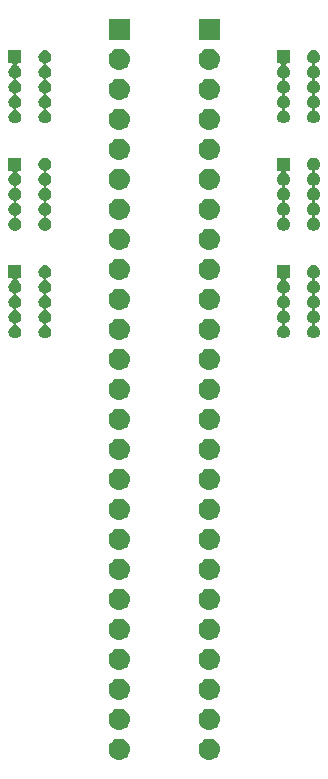
<source format=gbr>
G04 #@! TF.GenerationSoftware,KiCad,Pcbnew,(5.1.4)-1*
G04 #@! TF.CreationDate,2020-01-13T16:44:49+01:00*
G04 #@! TF.ProjectId,USBKeyAdapter,5553424b-6579-4416-9461-707465722e6b,1.0*
G04 #@! TF.SameCoordinates,Original*
G04 #@! TF.FileFunction,Soldermask,Top*
G04 #@! TF.FilePolarity,Negative*
%FSLAX46Y46*%
G04 Gerber Fmt 4.6, Leading zero omitted, Abs format (unit mm)*
G04 Created by KiCad (PCBNEW (5.1.4)-1) date 2020-01-13 16:44:49*
%MOMM*%
%LPD*%
G04 APERTURE LIST*
%ADD10C,0.100000*%
G04 APERTURE END LIST*
D10*
G36*
X130920442Y-123565518D02*
G01*
X130986627Y-123572037D01*
X131156466Y-123623557D01*
X131312991Y-123707222D01*
X131348729Y-123736552D01*
X131450186Y-123819814D01*
X131533448Y-123921271D01*
X131562778Y-123957009D01*
X131646443Y-124113534D01*
X131697963Y-124283373D01*
X131715359Y-124460000D01*
X131697963Y-124636627D01*
X131646443Y-124806466D01*
X131562778Y-124962991D01*
X131533448Y-124998729D01*
X131450186Y-125100186D01*
X131348729Y-125183448D01*
X131312991Y-125212778D01*
X131156466Y-125296443D01*
X130986627Y-125347963D01*
X130920442Y-125354482D01*
X130854260Y-125361000D01*
X130765740Y-125361000D01*
X130699558Y-125354482D01*
X130633373Y-125347963D01*
X130463534Y-125296443D01*
X130307009Y-125212778D01*
X130271271Y-125183448D01*
X130169814Y-125100186D01*
X130086552Y-124998729D01*
X130057222Y-124962991D01*
X129973557Y-124806466D01*
X129922037Y-124636627D01*
X129904641Y-124460000D01*
X129922037Y-124283373D01*
X129973557Y-124113534D01*
X130057222Y-123957009D01*
X130086552Y-123921271D01*
X130169814Y-123819814D01*
X130271271Y-123736552D01*
X130307009Y-123707222D01*
X130463534Y-123623557D01*
X130633373Y-123572037D01*
X130699558Y-123565518D01*
X130765740Y-123559000D01*
X130854260Y-123559000D01*
X130920442Y-123565518D01*
X130920442Y-123565518D01*
G37*
G36*
X123300442Y-123565518D02*
G01*
X123366627Y-123572037D01*
X123536466Y-123623557D01*
X123692991Y-123707222D01*
X123728729Y-123736552D01*
X123830186Y-123819814D01*
X123913448Y-123921271D01*
X123942778Y-123957009D01*
X124026443Y-124113534D01*
X124077963Y-124283373D01*
X124095359Y-124460000D01*
X124077963Y-124636627D01*
X124026443Y-124806466D01*
X123942778Y-124962991D01*
X123913448Y-124998729D01*
X123830186Y-125100186D01*
X123728729Y-125183448D01*
X123692991Y-125212778D01*
X123536466Y-125296443D01*
X123366627Y-125347963D01*
X123300442Y-125354482D01*
X123234260Y-125361000D01*
X123145740Y-125361000D01*
X123079558Y-125354482D01*
X123013373Y-125347963D01*
X122843534Y-125296443D01*
X122687009Y-125212778D01*
X122651271Y-125183448D01*
X122549814Y-125100186D01*
X122466552Y-124998729D01*
X122437222Y-124962991D01*
X122353557Y-124806466D01*
X122302037Y-124636627D01*
X122284641Y-124460000D01*
X122302037Y-124283373D01*
X122353557Y-124113534D01*
X122437222Y-123957009D01*
X122466552Y-123921271D01*
X122549814Y-123819814D01*
X122651271Y-123736552D01*
X122687009Y-123707222D01*
X122843534Y-123623557D01*
X123013373Y-123572037D01*
X123079558Y-123565518D01*
X123145740Y-123559000D01*
X123234260Y-123559000D01*
X123300442Y-123565518D01*
X123300442Y-123565518D01*
G37*
G36*
X130920442Y-121025518D02*
G01*
X130986627Y-121032037D01*
X131156466Y-121083557D01*
X131312991Y-121167222D01*
X131348729Y-121196552D01*
X131450186Y-121279814D01*
X131533448Y-121381271D01*
X131562778Y-121417009D01*
X131646443Y-121573534D01*
X131697963Y-121743373D01*
X131715359Y-121920000D01*
X131697963Y-122096627D01*
X131646443Y-122266466D01*
X131562778Y-122422991D01*
X131533448Y-122458729D01*
X131450186Y-122560186D01*
X131348729Y-122643448D01*
X131312991Y-122672778D01*
X131156466Y-122756443D01*
X130986627Y-122807963D01*
X130920443Y-122814481D01*
X130854260Y-122821000D01*
X130765740Y-122821000D01*
X130699557Y-122814481D01*
X130633373Y-122807963D01*
X130463534Y-122756443D01*
X130307009Y-122672778D01*
X130271271Y-122643448D01*
X130169814Y-122560186D01*
X130086552Y-122458729D01*
X130057222Y-122422991D01*
X129973557Y-122266466D01*
X129922037Y-122096627D01*
X129904641Y-121920000D01*
X129922037Y-121743373D01*
X129973557Y-121573534D01*
X130057222Y-121417009D01*
X130086552Y-121381271D01*
X130169814Y-121279814D01*
X130271271Y-121196552D01*
X130307009Y-121167222D01*
X130463534Y-121083557D01*
X130633373Y-121032037D01*
X130699558Y-121025518D01*
X130765740Y-121019000D01*
X130854260Y-121019000D01*
X130920442Y-121025518D01*
X130920442Y-121025518D01*
G37*
G36*
X123300442Y-121025518D02*
G01*
X123366627Y-121032037D01*
X123536466Y-121083557D01*
X123692991Y-121167222D01*
X123728729Y-121196552D01*
X123830186Y-121279814D01*
X123913448Y-121381271D01*
X123942778Y-121417009D01*
X124026443Y-121573534D01*
X124077963Y-121743373D01*
X124095359Y-121920000D01*
X124077963Y-122096627D01*
X124026443Y-122266466D01*
X123942778Y-122422991D01*
X123913448Y-122458729D01*
X123830186Y-122560186D01*
X123728729Y-122643448D01*
X123692991Y-122672778D01*
X123536466Y-122756443D01*
X123366627Y-122807963D01*
X123300443Y-122814481D01*
X123234260Y-122821000D01*
X123145740Y-122821000D01*
X123079557Y-122814481D01*
X123013373Y-122807963D01*
X122843534Y-122756443D01*
X122687009Y-122672778D01*
X122651271Y-122643448D01*
X122549814Y-122560186D01*
X122466552Y-122458729D01*
X122437222Y-122422991D01*
X122353557Y-122266466D01*
X122302037Y-122096627D01*
X122284641Y-121920000D01*
X122302037Y-121743373D01*
X122353557Y-121573534D01*
X122437222Y-121417009D01*
X122466552Y-121381271D01*
X122549814Y-121279814D01*
X122651271Y-121196552D01*
X122687009Y-121167222D01*
X122843534Y-121083557D01*
X123013373Y-121032037D01*
X123079558Y-121025518D01*
X123145740Y-121019000D01*
X123234260Y-121019000D01*
X123300442Y-121025518D01*
X123300442Y-121025518D01*
G37*
G36*
X130920442Y-118485518D02*
G01*
X130986627Y-118492037D01*
X131156466Y-118543557D01*
X131312991Y-118627222D01*
X131348729Y-118656552D01*
X131450186Y-118739814D01*
X131533448Y-118841271D01*
X131562778Y-118877009D01*
X131646443Y-119033534D01*
X131697963Y-119203373D01*
X131715359Y-119380000D01*
X131697963Y-119556627D01*
X131646443Y-119726466D01*
X131562778Y-119882991D01*
X131533448Y-119918729D01*
X131450186Y-120020186D01*
X131348729Y-120103448D01*
X131312991Y-120132778D01*
X131156466Y-120216443D01*
X130986627Y-120267963D01*
X130920442Y-120274482D01*
X130854260Y-120281000D01*
X130765740Y-120281000D01*
X130699558Y-120274482D01*
X130633373Y-120267963D01*
X130463534Y-120216443D01*
X130307009Y-120132778D01*
X130271271Y-120103448D01*
X130169814Y-120020186D01*
X130086552Y-119918729D01*
X130057222Y-119882991D01*
X129973557Y-119726466D01*
X129922037Y-119556627D01*
X129904641Y-119380000D01*
X129922037Y-119203373D01*
X129973557Y-119033534D01*
X130057222Y-118877009D01*
X130086552Y-118841271D01*
X130169814Y-118739814D01*
X130271271Y-118656552D01*
X130307009Y-118627222D01*
X130463534Y-118543557D01*
X130633373Y-118492037D01*
X130699558Y-118485518D01*
X130765740Y-118479000D01*
X130854260Y-118479000D01*
X130920442Y-118485518D01*
X130920442Y-118485518D01*
G37*
G36*
X123300442Y-118485518D02*
G01*
X123366627Y-118492037D01*
X123536466Y-118543557D01*
X123692991Y-118627222D01*
X123728729Y-118656552D01*
X123830186Y-118739814D01*
X123913448Y-118841271D01*
X123942778Y-118877009D01*
X124026443Y-119033534D01*
X124077963Y-119203373D01*
X124095359Y-119380000D01*
X124077963Y-119556627D01*
X124026443Y-119726466D01*
X123942778Y-119882991D01*
X123913448Y-119918729D01*
X123830186Y-120020186D01*
X123728729Y-120103448D01*
X123692991Y-120132778D01*
X123536466Y-120216443D01*
X123366627Y-120267963D01*
X123300442Y-120274482D01*
X123234260Y-120281000D01*
X123145740Y-120281000D01*
X123079558Y-120274482D01*
X123013373Y-120267963D01*
X122843534Y-120216443D01*
X122687009Y-120132778D01*
X122651271Y-120103448D01*
X122549814Y-120020186D01*
X122466552Y-119918729D01*
X122437222Y-119882991D01*
X122353557Y-119726466D01*
X122302037Y-119556627D01*
X122284641Y-119380000D01*
X122302037Y-119203373D01*
X122353557Y-119033534D01*
X122437222Y-118877009D01*
X122466552Y-118841271D01*
X122549814Y-118739814D01*
X122651271Y-118656552D01*
X122687009Y-118627222D01*
X122843534Y-118543557D01*
X123013373Y-118492037D01*
X123079558Y-118485518D01*
X123145740Y-118479000D01*
X123234260Y-118479000D01*
X123300442Y-118485518D01*
X123300442Y-118485518D01*
G37*
G36*
X130920442Y-115945518D02*
G01*
X130986627Y-115952037D01*
X131156466Y-116003557D01*
X131312991Y-116087222D01*
X131348729Y-116116552D01*
X131450186Y-116199814D01*
X131533448Y-116301271D01*
X131562778Y-116337009D01*
X131646443Y-116493534D01*
X131697963Y-116663373D01*
X131715359Y-116840000D01*
X131697963Y-117016627D01*
X131646443Y-117186466D01*
X131562778Y-117342991D01*
X131533448Y-117378729D01*
X131450186Y-117480186D01*
X131348729Y-117563448D01*
X131312991Y-117592778D01*
X131156466Y-117676443D01*
X130986627Y-117727963D01*
X130920442Y-117734482D01*
X130854260Y-117741000D01*
X130765740Y-117741000D01*
X130699558Y-117734482D01*
X130633373Y-117727963D01*
X130463534Y-117676443D01*
X130307009Y-117592778D01*
X130271271Y-117563448D01*
X130169814Y-117480186D01*
X130086552Y-117378729D01*
X130057222Y-117342991D01*
X129973557Y-117186466D01*
X129922037Y-117016627D01*
X129904641Y-116840000D01*
X129922037Y-116663373D01*
X129973557Y-116493534D01*
X130057222Y-116337009D01*
X130086552Y-116301271D01*
X130169814Y-116199814D01*
X130271271Y-116116552D01*
X130307009Y-116087222D01*
X130463534Y-116003557D01*
X130633373Y-115952037D01*
X130699558Y-115945518D01*
X130765740Y-115939000D01*
X130854260Y-115939000D01*
X130920442Y-115945518D01*
X130920442Y-115945518D01*
G37*
G36*
X123300442Y-115945518D02*
G01*
X123366627Y-115952037D01*
X123536466Y-116003557D01*
X123692991Y-116087222D01*
X123728729Y-116116552D01*
X123830186Y-116199814D01*
X123913448Y-116301271D01*
X123942778Y-116337009D01*
X124026443Y-116493534D01*
X124077963Y-116663373D01*
X124095359Y-116840000D01*
X124077963Y-117016627D01*
X124026443Y-117186466D01*
X123942778Y-117342991D01*
X123913448Y-117378729D01*
X123830186Y-117480186D01*
X123728729Y-117563448D01*
X123692991Y-117592778D01*
X123536466Y-117676443D01*
X123366627Y-117727963D01*
X123300442Y-117734482D01*
X123234260Y-117741000D01*
X123145740Y-117741000D01*
X123079558Y-117734482D01*
X123013373Y-117727963D01*
X122843534Y-117676443D01*
X122687009Y-117592778D01*
X122651271Y-117563448D01*
X122549814Y-117480186D01*
X122466552Y-117378729D01*
X122437222Y-117342991D01*
X122353557Y-117186466D01*
X122302037Y-117016627D01*
X122284641Y-116840000D01*
X122302037Y-116663373D01*
X122353557Y-116493534D01*
X122437222Y-116337009D01*
X122466552Y-116301271D01*
X122549814Y-116199814D01*
X122651271Y-116116552D01*
X122687009Y-116087222D01*
X122843534Y-116003557D01*
X123013373Y-115952037D01*
X123079558Y-115945518D01*
X123145740Y-115939000D01*
X123234260Y-115939000D01*
X123300442Y-115945518D01*
X123300442Y-115945518D01*
G37*
G36*
X130920443Y-113405519D02*
G01*
X130986627Y-113412037D01*
X131156466Y-113463557D01*
X131312991Y-113547222D01*
X131348729Y-113576552D01*
X131450186Y-113659814D01*
X131533448Y-113761271D01*
X131562778Y-113797009D01*
X131646443Y-113953534D01*
X131697963Y-114123373D01*
X131715359Y-114300000D01*
X131697963Y-114476627D01*
X131646443Y-114646466D01*
X131562778Y-114802991D01*
X131533448Y-114838729D01*
X131450186Y-114940186D01*
X131348729Y-115023448D01*
X131312991Y-115052778D01*
X131156466Y-115136443D01*
X130986627Y-115187963D01*
X130920442Y-115194482D01*
X130854260Y-115201000D01*
X130765740Y-115201000D01*
X130699558Y-115194482D01*
X130633373Y-115187963D01*
X130463534Y-115136443D01*
X130307009Y-115052778D01*
X130271271Y-115023448D01*
X130169814Y-114940186D01*
X130086552Y-114838729D01*
X130057222Y-114802991D01*
X129973557Y-114646466D01*
X129922037Y-114476627D01*
X129904641Y-114300000D01*
X129922037Y-114123373D01*
X129973557Y-113953534D01*
X130057222Y-113797009D01*
X130086552Y-113761271D01*
X130169814Y-113659814D01*
X130271271Y-113576552D01*
X130307009Y-113547222D01*
X130463534Y-113463557D01*
X130633373Y-113412037D01*
X130699557Y-113405519D01*
X130765740Y-113399000D01*
X130854260Y-113399000D01*
X130920443Y-113405519D01*
X130920443Y-113405519D01*
G37*
G36*
X123300443Y-113405519D02*
G01*
X123366627Y-113412037D01*
X123536466Y-113463557D01*
X123692991Y-113547222D01*
X123728729Y-113576552D01*
X123830186Y-113659814D01*
X123913448Y-113761271D01*
X123942778Y-113797009D01*
X124026443Y-113953534D01*
X124077963Y-114123373D01*
X124095359Y-114300000D01*
X124077963Y-114476627D01*
X124026443Y-114646466D01*
X123942778Y-114802991D01*
X123913448Y-114838729D01*
X123830186Y-114940186D01*
X123728729Y-115023448D01*
X123692991Y-115052778D01*
X123536466Y-115136443D01*
X123366627Y-115187963D01*
X123300442Y-115194482D01*
X123234260Y-115201000D01*
X123145740Y-115201000D01*
X123079558Y-115194482D01*
X123013373Y-115187963D01*
X122843534Y-115136443D01*
X122687009Y-115052778D01*
X122651271Y-115023448D01*
X122549814Y-114940186D01*
X122466552Y-114838729D01*
X122437222Y-114802991D01*
X122353557Y-114646466D01*
X122302037Y-114476627D01*
X122284641Y-114300000D01*
X122302037Y-114123373D01*
X122353557Y-113953534D01*
X122437222Y-113797009D01*
X122466552Y-113761271D01*
X122549814Y-113659814D01*
X122651271Y-113576552D01*
X122687009Y-113547222D01*
X122843534Y-113463557D01*
X123013373Y-113412037D01*
X123079557Y-113405519D01*
X123145740Y-113399000D01*
X123234260Y-113399000D01*
X123300443Y-113405519D01*
X123300443Y-113405519D01*
G37*
G36*
X123300442Y-110865518D02*
G01*
X123366627Y-110872037D01*
X123536466Y-110923557D01*
X123692991Y-111007222D01*
X123728729Y-111036552D01*
X123830186Y-111119814D01*
X123913448Y-111221271D01*
X123942778Y-111257009D01*
X124026443Y-111413534D01*
X124077963Y-111583373D01*
X124095359Y-111760000D01*
X124077963Y-111936627D01*
X124026443Y-112106466D01*
X123942778Y-112262991D01*
X123913448Y-112298729D01*
X123830186Y-112400186D01*
X123728729Y-112483448D01*
X123692991Y-112512778D01*
X123536466Y-112596443D01*
X123366627Y-112647963D01*
X123300442Y-112654482D01*
X123234260Y-112661000D01*
X123145740Y-112661000D01*
X123079558Y-112654482D01*
X123013373Y-112647963D01*
X122843534Y-112596443D01*
X122687009Y-112512778D01*
X122651271Y-112483448D01*
X122549814Y-112400186D01*
X122466552Y-112298729D01*
X122437222Y-112262991D01*
X122353557Y-112106466D01*
X122302037Y-111936627D01*
X122284641Y-111760000D01*
X122302037Y-111583373D01*
X122353557Y-111413534D01*
X122437222Y-111257009D01*
X122466552Y-111221271D01*
X122549814Y-111119814D01*
X122651271Y-111036552D01*
X122687009Y-111007222D01*
X122843534Y-110923557D01*
X123013373Y-110872037D01*
X123079558Y-110865518D01*
X123145740Y-110859000D01*
X123234260Y-110859000D01*
X123300442Y-110865518D01*
X123300442Y-110865518D01*
G37*
G36*
X130920442Y-110865518D02*
G01*
X130986627Y-110872037D01*
X131156466Y-110923557D01*
X131312991Y-111007222D01*
X131348729Y-111036552D01*
X131450186Y-111119814D01*
X131533448Y-111221271D01*
X131562778Y-111257009D01*
X131646443Y-111413534D01*
X131697963Y-111583373D01*
X131715359Y-111760000D01*
X131697963Y-111936627D01*
X131646443Y-112106466D01*
X131562778Y-112262991D01*
X131533448Y-112298729D01*
X131450186Y-112400186D01*
X131348729Y-112483448D01*
X131312991Y-112512778D01*
X131156466Y-112596443D01*
X130986627Y-112647963D01*
X130920442Y-112654482D01*
X130854260Y-112661000D01*
X130765740Y-112661000D01*
X130699558Y-112654482D01*
X130633373Y-112647963D01*
X130463534Y-112596443D01*
X130307009Y-112512778D01*
X130271271Y-112483448D01*
X130169814Y-112400186D01*
X130086552Y-112298729D01*
X130057222Y-112262991D01*
X129973557Y-112106466D01*
X129922037Y-111936627D01*
X129904641Y-111760000D01*
X129922037Y-111583373D01*
X129973557Y-111413534D01*
X130057222Y-111257009D01*
X130086552Y-111221271D01*
X130169814Y-111119814D01*
X130271271Y-111036552D01*
X130307009Y-111007222D01*
X130463534Y-110923557D01*
X130633373Y-110872037D01*
X130699558Y-110865518D01*
X130765740Y-110859000D01*
X130854260Y-110859000D01*
X130920442Y-110865518D01*
X130920442Y-110865518D01*
G37*
G36*
X130920443Y-108325519D02*
G01*
X130986627Y-108332037D01*
X131156466Y-108383557D01*
X131312991Y-108467222D01*
X131348729Y-108496552D01*
X131450186Y-108579814D01*
X131533448Y-108681271D01*
X131562778Y-108717009D01*
X131646443Y-108873534D01*
X131697963Y-109043373D01*
X131715359Y-109220000D01*
X131697963Y-109396627D01*
X131646443Y-109566466D01*
X131562778Y-109722991D01*
X131533448Y-109758729D01*
X131450186Y-109860186D01*
X131348729Y-109943448D01*
X131312991Y-109972778D01*
X131156466Y-110056443D01*
X130986627Y-110107963D01*
X130920443Y-110114481D01*
X130854260Y-110121000D01*
X130765740Y-110121000D01*
X130699557Y-110114481D01*
X130633373Y-110107963D01*
X130463534Y-110056443D01*
X130307009Y-109972778D01*
X130271271Y-109943448D01*
X130169814Y-109860186D01*
X130086552Y-109758729D01*
X130057222Y-109722991D01*
X129973557Y-109566466D01*
X129922037Y-109396627D01*
X129904641Y-109220000D01*
X129922037Y-109043373D01*
X129973557Y-108873534D01*
X130057222Y-108717009D01*
X130086552Y-108681271D01*
X130169814Y-108579814D01*
X130271271Y-108496552D01*
X130307009Y-108467222D01*
X130463534Y-108383557D01*
X130633373Y-108332037D01*
X130699557Y-108325519D01*
X130765740Y-108319000D01*
X130854260Y-108319000D01*
X130920443Y-108325519D01*
X130920443Y-108325519D01*
G37*
G36*
X123300443Y-108325519D02*
G01*
X123366627Y-108332037D01*
X123536466Y-108383557D01*
X123692991Y-108467222D01*
X123728729Y-108496552D01*
X123830186Y-108579814D01*
X123913448Y-108681271D01*
X123942778Y-108717009D01*
X124026443Y-108873534D01*
X124077963Y-109043373D01*
X124095359Y-109220000D01*
X124077963Y-109396627D01*
X124026443Y-109566466D01*
X123942778Y-109722991D01*
X123913448Y-109758729D01*
X123830186Y-109860186D01*
X123728729Y-109943448D01*
X123692991Y-109972778D01*
X123536466Y-110056443D01*
X123366627Y-110107963D01*
X123300443Y-110114481D01*
X123234260Y-110121000D01*
X123145740Y-110121000D01*
X123079557Y-110114481D01*
X123013373Y-110107963D01*
X122843534Y-110056443D01*
X122687009Y-109972778D01*
X122651271Y-109943448D01*
X122549814Y-109860186D01*
X122466552Y-109758729D01*
X122437222Y-109722991D01*
X122353557Y-109566466D01*
X122302037Y-109396627D01*
X122284641Y-109220000D01*
X122302037Y-109043373D01*
X122353557Y-108873534D01*
X122437222Y-108717009D01*
X122466552Y-108681271D01*
X122549814Y-108579814D01*
X122651271Y-108496552D01*
X122687009Y-108467222D01*
X122843534Y-108383557D01*
X123013373Y-108332037D01*
X123079557Y-108325519D01*
X123145740Y-108319000D01*
X123234260Y-108319000D01*
X123300443Y-108325519D01*
X123300443Y-108325519D01*
G37*
G36*
X130920443Y-105785519D02*
G01*
X130986627Y-105792037D01*
X131156466Y-105843557D01*
X131312991Y-105927222D01*
X131348729Y-105956552D01*
X131450186Y-106039814D01*
X131533448Y-106141271D01*
X131562778Y-106177009D01*
X131646443Y-106333534D01*
X131697963Y-106503373D01*
X131715359Y-106680000D01*
X131697963Y-106856627D01*
X131646443Y-107026466D01*
X131562778Y-107182991D01*
X131533448Y-107218729D01*
X131450186Y-107320186D01*
X131348729Y-107403448D01*
X131312991Y-107432778D01*
X131156466Y-107516443D01*
X130986627Y-107567963D01*
X130920443Y-107574481D01*
X130854260Y-107581000D01*
X130765740Y-107581000D01*
X130699557Y-107574481D01*
X130633373Y-107567963D01*
X130463534Y-107516443D01*
X130307009Y-107432778D01*
X130271271Y-107403448D01*
X130169814Y-107320186D01*
X130086552Y-107218729D01*
X130057222Y-107182991D01*
X129973557Y-107026466D01*
X129922037Y-106856627D01*
X129904641Y-106680000D01*
X129922037Y-106503373D01*
X129973557Y-106333534D01*
X130057222Y-106177009D01*
X130086552Y-106141271D01*
X130169814Y-106039814D01*
X130271271Y-105956552D01*
X130307009Y-105927222D01*
X130463534Y-105843557D01*
X130633373Y-105792037D01*
X130699557Y-105785519D01*
X130765740Y-105779000D01*
X130854260Y-105779000D01*
X130920443Y-105785519D01*
X130920443Y-105785519D01*
G37*
G36*
X123300443Y-105785519D02*
G01*
X123366627Y-105792037D01*
X123536466Y-105843557D01*
X123692991Y-105927222D01*
X123728729Y-105956552D01*
X123830186Y-106039814D01*
X123913448Y-106141271D01*
X123942778Y-106177009D01*
X124026443Y-106333534D01*
X124077963Y-106503373D01*
X124095359Y-106680000D01*
X124077963Y-106856627D01*
X124026443Y-107026466D01*
X123942778Y-107182991D01*
X123913448Y-107218729D01*
X123830186Y-107320186D01*
X123728729Y-107403448D01*
X123692991Y-107432778D01*
X123536466Y-107516443D01*
X123366627Y-107567963D01*
X123300443Y-107574481D01*
X123234260Y-107581000D01*
X123145740Y-107581000D01*
X123079557Y-107574481D01*
X123013373Y-107567963D01*
X122843534Y-107516443D01*
X122687009Y-107432778D01*
X122651271Y-107403448D01*
X122549814Y-107320186D01*
X122466552Y-107218729D01*
X122437222Y-107182991D01*
X122353557Y-107026466D01*
X122302037Y-106856627D01*
X122284641Y-106680000D01*
X122302037Y-106503373D01*
X122353557Y-106333534D01*
X122437222Y-106177009D01*
X122466552Y-106141271D01*
X122549814Y-106039814D01*
X122651271Y-105956552D01*
X122687009Y-105927222D01*
X122843534Y-105843557D01*
X123013373Y-105792037D01*
X123079557Y-105785519D01*
X123145740Y-105779000D01*
X123234260Y-105779000D01*
X123300443Y-105785519D01*
X123300443Y-105785519D01*
G37*
G36*
X123300443Y-103245519D02*
G01*
X123366627Y-103252037D01*
X123536466Y-103303557D01*
X123692991Y-103387222D01*
X123728729Y-103416552D01*
X123830186Y-103499814D01*
X123913448Y-103601271D01*
X123942778Y-103637009D01*
X124026443Y-103793534D01*
X124077963Y-103963373D01*
X124095359Y-104140000D01*
X124077963Y-104316627D01*
X124026443Y-104486466D01*
X123942778Y-104642991D01*
X123913448Y-104678729D01*
X123830186Y-104780186D01*
X123728729Y-104863448D01*
X123692991Y-104892778D01*
X123536466Y-104976443D01*
X123366627Y-105027963D01*
X123300442Y-105034482D01*
X123234260Y-105041000D01*
X123145740Y-105041000D01*
X123079557Y-105034481D01*
X123013373Y-105027963D01*
X122843534Y-104976443D01*
X122687009Y-104892778D01*
X122651271Y-104863448D01*
X122549814Y-104780186D01*
X122466552Y-104678729D01*
X122437222Y-104642991D01*
X122353557Y-104486466D01*
X122302037Y-104316627D01*
X122284641Y-104140000D01*
X122302037Y-103963373D01*
X122353557Y-103793534D01*
X122437222Y-103637009D01*
X122466552Y-103601271D01*
X122549814Y-103499814D01*
X122651271Y-103416552D01*
X122687009Y-103387222D01*
X122843534Y-103303557D01*
X123013373Y-103252037D01*
X123079558Y-103245518D01*
X123145740Y-103239000D01*
X123234260Y-103239000D01*
X123300443Y-103245519D01*
X123300443Y-103245519D01*
G37*
G36*
X130920443Y-103245519D02*
G01*
X130986627Y-103252037D01*
X131156466Y-103303557D01*
X131312991Y-103387222D01*
X131348729Y-103416552D01*
X131450186Y-103499814D01*
X131533448Y-103601271D01*
X131562778Y-103637009D01*
X131646443Y-103793534D01*
X131697963Y-103963373D01*
X131715359Y-104140000D01*
X131697963Y-104316627D01*
X131646443Y-104486466D01*
X131562778Y-104642991D01*
X131533448Y-104678729D01*
X131450186Y-104780186D01*
X131348729Y-104863448D01*
X131312991Y-104892778D01*
X131156466Y-104976443D01*
X130986627Y-105027963D01*
X130920442Y-105034482D01*
X130854260Y-105041000D01*
X130765740Y-105041000D01*
X130699557Y-105034481D01*
X130633373Y-105027963D01*
X130463534Y-104976443D01*
X130307009Y-104892778D01*
X130271271Y-104863448D01*
X130169814Y-104780186D01*
X130086552Y-104678729D01*
X130057222Y-104642991D01*
X129973557Y-104486466D01*
X129922037Y-104316627D01*
X129904641Y-104140000D01*
X129922037Y-103963373D01*
X129973557Y-103793534D01*
X130057222Y-103637009D01*
X130086552Y-103601271D01*
X130169814Y-103499814D01*
X130271271Y-103416552D01*
X130307009Y-103387222D01*
X130463534Y-103303557D01*
X130633373Y-103252037D01*
X130699558Y-103245518D01*
X130765740Y-103239000D01*
X130854260Y-103239000D01*
X130920443Y-103245519D01*
X130920443Y-103245519D01*
G37*
G36*
X130920443Y-100705519D02*
G01*
X130986627Y-100712037D01*
X131156466Y-100763557D01*
X131312991Y-100847222D01*
X131348729Y-100876552D01*
X131450186Y-100959814D01*
X131533448Y-101061271D01*
X131562778Y-101097009D01*
X131646443Y-101253534D01*
X131697963Y-101423373D01*
X131715359Y-101600000D01*
X131697963Y-101776627D01*
X131646443Y-101946466D01*
X131562778Y-102102991D01*
X131533448Y-102138729D01*
X131450186Y-102240186D01*
X131348729Y-102323448D01*
X131312991Y-102352778D01*
X131156466Y-102436443D01*
X130986627Y-102487963D01*
X130920442Y-102494482D01*
X130854260Y-102501000D01*
X130765740Y-102501000D01*
X130699558Y-102494482D01*
X130633373Y-102487963D01*
X130463534Y-102436443D01*
X130307009Y-102352778D01*
X130271271Y-102323448D01*
X130169814Y-102240186D01*
X130086552Y-102138729D01*
X130057222Y-102102991D01*
X129973557Y-101946466D01*
X129922037Y-101776627D01*
X129904641Y-101600000D01*
X129922037Y-101423373D01*
X129973557Y-101253534D01*
X130057222Y-101097009D01*
X130086552Y-101061271D01*
X130169814Y-100959814D01*
X130271271Y-100876552D01*
X130307009Y-100847222D01*
X130463534Y-100763557D01*
X130633373Y-100712037D01*
X130699557Y-100705519D01*
X130765740Y-100699000D01*
X130854260Y-100699000D01*
X130920443Y-100705519D01*
X130920443Y-100705519D01*
G37*
G36*
X123300443Y-100705519D02*
G01*
X123366627Y-100712037D01*
X123536466Y-100763557D01*
X123692991Y-100847222D01*
X123728729Y-100876552D01*
X123830186Y-100959814D01*
X123913448Y-101061271D01*
X123942778Y-101097009D01*
X124026443Y-101253534D01*
X124077963Y-101423373D01*
X124095359Y-101600000D01*
X124077963Y-101776627D01*
X124026443Y-101946466D01*
X123942778Y-102102991D01*
X123913448Y-102138729D01*
X123830186Y-102240186D01*
X123728729Y-102323448D01*
X123692991Y-102352778D01*
X123536466Y-102436443D01*
X123366627Y-102487963D01*
X123300442Y-102494482D01*
X123234260Y-102501000D01*
X123145740Y-102501000D01*
X123079558Y-102494482D01*
X123013373Y-102487963D01*
X122843534Y-102436443D01*
X122687009Y-102352778D01*
X122651271Y-102323448D01*
X122549814Y-102240186D01*
X122466552Y-102138729D01*
X122437222Y-102102991D01*
X122353557Y-101946466D01*
X122302037Y-101776627D01*
X122284641Y-101600000D01*
X122302037Y-101423373D01*
X122353557Y-101253534D01*
X122437222Y-101097009D01*
X122466552Y-101061271D01*
X122549814Y-100959814D01*
X122651271Y-100876552D01*
X122687009Y-100847222D01*
X122843534Y-100763557D01*
X123013373Y-100712037D01*
X123079557Y-100705519D01*
X123145740Y-100699000D01*
X123234260Y-100699000D01*
X123300443Y-100705519D01*
X123300443Y-100705519D01*
G37*
G36*
X123300443Y-98165519D02*
G01*
X123366627Y-98172037D01*
X123536466Y-98223557D01*
X123692991Y-98307222D01*
X123728729Y-98336552D01*
X123830186Y-98419814D01*
X123913448Y-98521271D01*
X123942778Y-98557009D01*
X124026443Y-98713534D01*
X124077963Y-98883373D01*
X124095359Y-99060000D01*
X124077963Y-99236627D01*
X124026443Y-99406466D01*
X123942778Y-99562991D01*
X123913448Y-99598729D01*
X123830186Y-99700186D01*
X123728729Y-99783448D01*
X123692991Y-99812778D01*
X123536466Y-99896443D01*
X123366627Y-99947963D01*
X123300443Y-99954481D01*
X123234260Y-99961000D01*
X123145740Y-99961000D01*
X123079557Y-99954481D01*
X123013373Y-99947963D01*
X122843534Y-99896443D01*
X122687009Y-99812778D01*
X122651271Y-99783448D01*
X122549814Y-99700186D01*
X122466552Y-99598729D01*
X122437222Y-99562991D01*
X122353557Y-99406466D01*
X122302037Y-99236627D01*
X122284641Y-99060000D01*
X122302037Y-98883373D01*
X122353557Y-98713534D01*
X122437222Y-98557009D01*
X122466552Y-98521271D01*
X122549814Y-98419814D01*
X122651271Y-98336552D01*
X122687009Y-98307222D01*
X122843534Y-98223557D01*
X123013373Y-98172037D01*
X123079557Y-98165519D01*
X123145740Y-98159000D01*
X123234260Y-98159000D01*
X123300443Y-98165519D01*
X123300443Y-98165519D01*
G37*
G36*
X130920443Y-98165519D02*
G01*
X130986627Y-98172037D01*
X131156466Y-98223557D01*
X131312991Y-98307222D01*
X131348729Y-98336552D01*
X131450186Y-98419814D01*
X131533448Y-98521271D01*
X131562778Y-98557009D01*
X131646443Y-98713534D01*
X131697963Y-98883373D01*
X131715359Y-99060000D01*
X131697963Y-99236627D01*
X131646443Y-99406466D01*
X131562778Y-99562991D01*
X131533448Y-99598729D01*
X131450186Y-99700186D01*
X131348729Y-99783448D01*
X131312991Y-99812778D01*
X131156466Y-99896443D01*
X130986627Y-99947963D01*
X130920443Y-99954481D01*
X130854260Y-99961000D01*
X130765740Y-99961000D01*
X130699557Y-99954481D01*
X130633373Y-99947963D01*
X130463534Y-99896443D01*
X130307009Y-99812778D01*
X130271271Y-99783448D01*
X130169814Y-99700186D01*
X130086552Y-99598729D01*
X130057222Y-99562991D01*
X129973557Y-99406466D01*
X129922037Y-99236627D01*
X129904641Y-99060000D01*
X129922037Y-98883373D01*
X129973557Y-98713534D01*
X130057222Y-98557009D01*
X130086552Y-98521271D01*
X130169814Y-98419814D01*
X130271271Y-98336552D01*
X130307009Y-98307222D01*
X130463534Y-98223557D01*
X130633373Y-98172037D01*
X130699557Y-98165519D01*
X130765740Y-98159000D01*
X130854260Y-98159000D01*
X130920443Y-98165519D01*
X130920443Y-98165519D01*
G37*
G36*
X130920442Y-95625518D02*
G01*
X130986627Y-95632037D01*
X131156466Y-95683557D01*
X131312991Y-95767222D01*
X131348729Y-95796552D01*
X131450186Y-95879814D01*
X131533448Y-95981271D01*
X131562778Y-96017009D01*
X131646443Y-96173534D01*
X131697963Y-96343373D01*
X131715359Y-96520000D01*
X131697963Y-96696627D01*
X131646443Y-96866466D01*
X131562778Y-97022991D01*
X131533448Y-97058729D01*
X131450186Y-97160186D01*
X131348729Y-97243448D01*
X131312991Y-97272778D01*
X131156466Y-97356443D01*
X130986627Y-97407963D01*
X130920442Y-97414482D01*
X130854260Y-97421000D01*
X130765740Y-97421000D01*
X130699558Y-97414482D01*
X130633373Y-97407963D01*
X130463534Y-97356443D01*
X130307009Y-97272778D01*
X130271271Y-97243448D01*
X130169814Y-97160186D01*
X130086552Y-97058729D01*
X130057222Y-97022991D01*
X129973557Y-96866466D01*
X129922037Y-96696627D01*
X129904641Y-96520000D01*
X129922037Y-96343373D01*
X129973557Y-96173534D01*
X130057222Y-96017009D01*
X130086552Y-95981271D01*
X130169814Y-95879814D01*
X130271271Y-95796552D01*
X130307009Y-95767222D01*
X130463534Y-95683557D01*
X130633373Y-95632037D01*
X130699558Y-95625518D01*
X130765740Y-95619000D01*
X130854260Y-95619000D01*
X130920442Y-95625518D01*
X130920442Y-95625518D01*
G37*
G36*
X123300442Y-95625518D02*
G01*
X123366627Y-95632037D01*
X123536466Y-95683557D01*
X123692991Y-95767222D01*
X123728729Y-95796552D01*
X123830186Y-95879814D01*
X123913448Y-95981271D01*
X123942778Y-96017009D01*
X124026443Y-96173534D01*
X124077963Y-96343373D01*
X124095359Y-96520000D01*
X124077963Y-96696627D01*
X124026443Y-96866466D01*
X123942778Y-97022991D01*
X123913448Y-97058729D01*
X123830186Y-97160186D01*
X123728729Y-97243448D01*
X123692991Y-97272778D01*
X123536466Y-97356443D01*
X123366627Y-97407963D01*
X123300442Y-97414482D01*
X123234260Y-97421000D01*
X123145740Y-97421000D01*
X123079558Y-97414482D01*
X123013373Y-97407963D01*
X122843534Y-97356443D01*
X122687009Y-97272778D01*
X122651271Y-97243448D01*
X122549814Y-97160186D01*
X122466552Y-97058729D01*
X122437222Y-97022991D01*
X122353557Y-96866466D01*
X122302037Y-96696627D01*
X122284641Y-96520000D01*
X122302037Y-96343373D01*
X122353557Y-96173534D01*
X122437222Y-96017009D01*
X122466552Y-95981271D01*
X122549814Y-95879814D01*
X122651271Y-95796552D01*
X122687009Y-95767222D01*
X122843534Y-95683557D01*
X123013373Y-95632037D01*
X123079558Y-95625518D01*
X123145740Y-95619000D01*
X123234260Y-95619000D01*
X123300442Y-95625518D01*
X123300442Y-95625518D01*
G37*
G36*
X123300443Y-93085519D02*
G01*
X123366627Y-93092037D01*
X123536466Y-93143557D01*
X123692991Y-93227222D01*
X123728729Y-93256552D01*
X123830186Y-93339814D01*
X123913448Y-93441271D01*
X123942778Y-93477009D01*
X124026443Y-93633534D01*
X124077963Y-93803373D01*
X124095359Y-93980000D01*
X124077963Y-94156627D01*
X124026443Y-94326466D01*
X123942778Y-94482991D01*
X123913448Y-94518729D01*
X123830186Y-94620186D01*
X123728729Y-94703448D01*
X123692991Y-94732778D01*
X123536466Y-94816443D01*
X123366627Y-94867963D01*
X123300443Y-94874481D01*
X123234260Y-94881000D01*
X123145740Y-94881000D01*
X123079557Y-94874481D01*
X123013373Y-94867963D01*
X122843534Y-94816443D01*
X122687009Y-94732778D01*
X122651271Y-94703448D01*
X122549814Y-94620186D01*
X122466552Y-94518729D01*
X122437222Y-94482991D01*
X122353557Y-94326466D01*
X122302037Y-94156627D01*
X122284641Y-93980000D01*
X122302037Y-93803373D01*
X122353557Y-93633534D01*
X122437222Y-93477009D01*
X122466552Y-93441271D01*
X122549814Y-93339814D01*
X122651271Y-93256552D01*
X122687009Y-93227222D01*
X122843534Y-93143557D01*
X123013373Y-93092037D01*
X123079557Y-93085519D01*
X123145740Y-93079000D01*
X123234260Y-93079000D01*
X123300443Y-93085519D01*
X123300443Y-93085519D01*
G37*
G36*
X130920443Y-93085519D02*
G01*
X130986627Y-93092037D01*
X131156466Y-93143557D01*
X131312991Y-93227222D01*
X131348729Y-93256552D01*
X131450186Y-93339814D01*
X131533448Y-93441271D01*
X131562778Y-93477009D01*
X131646443Y-93633534D01*
X131697963Y-93803373D01*
X131715359Y-93980000D01*
X131697963Y-94156627D01*
X131646443Y-94326466D01*
X131562778Y-94482991D01*
X131533448Y-94518729D01*
X131450186Y-94620186D01*
X131348729Y-94703448D01*
X131312991Y-94732778D01*
X131156466Y-94816443D01*
X130986627Y-94867963D01*
X130920443Y-94874481D01*
X130854260Y-94881000D01*
X130765740Y-94881000D01*
X130699557Y-94874481D01*
X130633373Y-94867963D01*
X130463534Y-94816443D01*
X130307009Y-94732778D01*
X130271271Y-94703448D01*
X130169814Y-94620186D01*
X130086552Y-94518729D01*
X130057222Y-94482991D01*
X129973557Y-94326466D01*
X129922037Y-94156627D01*
X129904641Y-93980000D01*
X129922037Y-93803373D01*
X129973557Y-93633534D01*
X130057222Y-93477009D01*
X130086552Y-93441271D01*
X130169814Y-93339814D01*
X130271271Y-93256552D01*
X130307009Y-93227222D01*
X130463534Y-93143557D01*
X130633373Y-93092037D01*
X130699557Y-93085519D01*
X130765740Y-93079000D01*
X130854260Y-93079000D01*
X130920443Y-93085519D01*
X130920443Y-93085519D01*
G37*
G36*
X123300443Y-90545519D02*
G01*
X123366627Y-90552037D01*
X123536466Y-90603557D01*
X123692991Y-90687222D01*
X123728729Y-90716552D01*
X123830186Y-90799814D01*
X123913448Y-90901271D01*
X123942778Y-90937009D01*
X124026443Y-91093534D01*
X124077963Y-91263373D01*
X124095359Y-91440000D01*
X124077963Y-91616627D01*
X124026443Y-91786466D01*
X123942778Y-91942991D01*
X123913448Y-91978729D01*
X123830186Y-92080186D01*
X123728729Y-92163448D01*
X123692991Y-92192778D01*
X123536466Y-92276443D01*
X123366627Y-92327963D01*
X123300443Y-92334481D01*
X123234260Y-92341000D01*
X123145740Y-92341000D01*
X123079557Y-92334481D01*
X123013373Y-92327963D01*
X122843534Y-92276443D01*
X122687009Y-92192778D01*
X122651271Y-92163448D01*
X122549814Y-92080186D01*
X122466552Y-91978729D01*
X122437222Y-91942991D01*
X122353557Y-91786466D01*
X122302037Y-91616627D01*
X122284641Y-91440000D01*
X122302037Y-91263373D01*
X122353557Y-91093534D01*
X122437222Y-90937009D01*
X122466552Y-90901271D01*
X122549814Y-90799814D01*
X122651271Y-90716552D01*
X122687009Y-90687222D01*
X122843534Y-90603557D01*
X123013373Y-90552037D01*
X123079557Y-90545519D01*
X123145740Y-90539000D01*
X123234260Y-90539000D01*
X123300443Y-90545519D01*
X123300443Y-90545519D01*
G37*
G36*
X130920443Y-90545519D02*
G01*
X130986627Y-90552037D01*
X131156466Y-90603557D01*
X131312991Y-90687222D01*
X131348729Y-90716552D01*
X131450186Y-90799814D01*
X131533448Y-90901271D01*
X131562778Y-90937009D01*
X131646443Y-91093534D01*
X131697963Y-91263373D01*
X131715359Y-91440000D01*
X131697963Y-91616627D01*
X131646443Y-91786466D01*
X131562778Y-91942991D01*
X131533448Y-91978729D01*
X131450186Y-92080186D01*
X131348729Y-92163448D01*
X131312991Y-92192778D01*
X131156466Y-92276443D01*
X130986627Y-92327963D01*
X130920443Y-92334481D01*
X130854260Y-92341000D01*
X130765740Y-92341000D01*
X130699557Y-92334481D01*
X130633373Y-92327963D01*
X130463534Y-92276443D01*
X130307009Y-92192778D01*
X130271271Y-92163448D01*
X130169814Y-92080186D01*
X130086552Y-91978729D01*
X130057222Y-91942991D01*
X129973557Y-91786466D01*
X129922037Y-91616627D01*
X129904641Y-91440000D01*
X129922037Y-91263373D01*
X129973557Y-91093534D01*
X130057222Y-90937009D01*
X130086552Y-90901271D01*
X130169814Y-90799814D01*
X130271271Y-90716552D01*
X130307009Y-90687222D01*
X130463534Y-90603557D01*
X130633373Y-90552037D01*
X130699557Y-90545519D01*
X130765740Y-90539000D01*
X130854260Y-90539000D01*
X130920443Y-90545519D01*
X130920443Y-90545519D01*
G37*
G36*
X123300443Y-88005519D02*
G01*
X123366627Y-88012037D01*
X123536466Y-88063557D01*
X123692991Y-88147222D01*
X123728729Y-88176552D01*
X123830186Y-88259814D01*
X123912008Y-88359516D01*
X123942778Y-88397009D01*
X124026443Y-88553534D01*
X124077963Y-88723373D01*
X124095359Y-88900000D01*
X124077963Y-89076627D01*
X124026443Y-89246466D01*
X123942778Y-89402991D01*
X123913448Y-89438729D01*
X123830186Y-89540186D01*
X123728729Y-89623448D01*
X123692991Y-89652778D01*
X123536466Y-89736443D01*
X123366627Y-89787963D01*
X123300443Y-89794481D01*
X123234260Y-89801000D01*
X123145740Y-89801000D01*
X123079557Y-89794481D01*
X123013373Y-89787963D01*
X122843534Y-89736443D01*
X122687009Y-89652778D01*
X122651271Y-89623448D01*
X122549814Y-89540186D01*
X122466552Y-89438729D01*
X122437222Y-89402991D01*
X122353557Y-89246466D01*
X122302037Y-89076627D01*
X122284641Y-88900000D01*
X122302037Y-88723373D01*
X122353557Y-88553534D01*
X122437222Y-88397009D01*
X122467992Y-88359516D01*
X122549814Y-88259814D01*
X122651271Y-88176552D01*
X122687009Y-88147222D01*
X122843534Y-88063557D01*
X123013373Y-88012037D01*
X123079557Y-88005519D01*
X123145740Y-87999000D01*
X123234260Y-87999000D01*
X123300443Y-88005519D01*
X123300443Y-88005519D01*
G37*
G36*
X130920443Y-88005519D02*
G01*
X130986627Y-88012037D01*
X131156466Y-88063557D01*
X131312991Y-88147222D01*
X131348729Y-88176552D01*
X131450186Y-88259814D01*
X131532008Y-88359516D01*
X131562778Y-88397009D01*
X131646443Y-88553534D01*
X131697963Y-88723373D01*
X131715359Y-88900000D01*
X131697963Y-89076627D01*
X131646443Y-89246466D01*
X131562778Y-89402991D01*
X131533448Y-89438729D01*
X131450186Y-89540186D01*
X131348729Y-89623448D01*
X131312991Y-89652778D01*
X131156466Y-89736443D01*
X130986627Y-89787963D01*
X130920443Y-89794481D01*
X130854260Y-89801000D01*
X130765740Y-89801000D01*
X130699557Y-89794481D01*
X130633373Y-89787963D01*
X130463534Y-89736443D01*
X130307009Y-89652778D01*
X130271271Y-89623448D01*
X130169814Y-89540186D01*
X130086552Y-89438729D01*
X130057222Y-89402991D01*
X129973557Y-89246466D01*
X129922037Y-89076627D01*
X129904641Y-88900000D01*
X129922037Y-88723373D01*
X129973557Y-88553534D01*
X130057222Y-88397009D01*
X130087992Y-88359516D01*
X130169814Y-88259814D01*
X130271271Y-88176552D01*
X130307009Y-88147222D01*
X130463534Y-88063557D01*
X130633373Y-88012037D01*
X130699557Y-88005519D01*
X130765740Y-87999000D01*
X130854260Y-87999000D01*
X130920443Y-88005519D01*
X130920443Y-88005519D01*
G37*
G36*
X117060721Y-83500174D02*
G01*
X117160995Y-83541709D01*
X117160996Y-83541710D01*
X117251242Y-83602010D01*
X117327990Y-83678758D01*
X117327991Y-83678760D01*
X117388291Y-83769005D01*
X117429826Y-83869279D01*
X117451000Y-83975730D01*
X117451000Y-84084270D01*
X117429826Y-84190721D01*
X117388291Y-84290995D01*
X117388290Y-84290996D01*
X117327990Y-84381242D01*
X117251242Y-84457990D01*
X117247955Y-84460186D01*
X117160995Y-84518291D01*
X117085611Y-84549516D01*
X117064000Y-84561067D01*
X117045059Y-84576612D01*
X117029513Y-84595554D01*
X117017962Y-84617165D01*
X117010849Y-84640614D01*
X117008447Y-84665000D01*
X117010849Y-84689386D01*
X117017962Y-84712835D01*
X117029513Y-84734446D01*
X117045058Y-84753387D01*
X117064000Y-84768933D01*
X117085611Y-84780484D01*
X117160995Y-84811709D01*
X117160996Y-84811710D01*
X117251242Y-84872010D01*
X117327990Y-84948758D01*
X117327991Y-84948760D01*
X117388291Y-85039005D01*
X117429826Y-85139279D01*
X117451000Y-85245730D01*
X117451000Y-85354270D01*
X117429826Y-85460721D01*
X117388291Y-85560995D01*
X117388290Y-85560996D01*
X117327990Y-85651242D01*
X117251242Y-85727990D01*
X117205812Y-85758345D01*
X117160995Y-85788291D01*
X117085611Y-85819516D01*
X117064000Y-85831067D01*
X117045059Y-85846612D01*
X117029513Y-85865554D01*
X117017962Y-85887165D01*
X117010849Y-85910614D01*
X117008447Y-85935000D01*
X117010849Y-85959386D01*
X117017962Y-85982835D01*
X117029513Y-86004446D01*
X117045058Y-86023387D01*
X117064000Y-86038933D01*
X117085611Y-86050484D01*
X117160995Y-86081709D01*
X117160996Y-86081710D01*
X117251242Y-86142010D01*
X117327990Y-86218758D01*
X117327991Y-86218760D01*
X117388291Y-86309005D01*
X117429826Y-86409279D01*
X117451000Y-86515730D01*
X117451000Y-86624270D01*
X117429826Y-86730721D01*
X117388291Y-86830995D01*
X117388290Y-86830996D01*
X117327990Y-86921242D01*
X117251242Y-86997990D01*
X117247955Y-87000186D01*
X117160995Y-87058291D01*
X117085611Y-87089516D01*
X117064000Y-87101067D01*
X117045059Y-87116612D01*
X117029513Y-87135554D01*
X117017962Y-87157165D01*
X117010849Y-87180614D01*
X117008447Y-87205000D01*
X117010849Y-87229386D01*
X117017962Y-87252835D01*
X117029513Y-87274446D01*
X117045058Y-87293387D01*
X117064000Y-87308933D01*
X117085611Y-87320484D01*
X117160995Y-87351709D01*
X117160996Y-87351710D01*
X117251242Y-87412010D01*
X117327990Y-87488758D01*
X117327991Y-87488760D01*
X117388291Y-87579005D01*
X117429826Y-87679279D01*
X117451000Y-87785730D01*
X117451000Y-87894270D01*
X117429826Y-88000721D01*
X117388291Y-88100995D01*
X117388290Y-88100996D01*
X117327990Y-88191242D01*
X117251242Y-88267990D01*
X117205812Y-88298345D01*
X117160995Y-88328291D01*
X117085611Y-88359516D01*
X117064000Y-88371067D01*
X117045059Y-88386612D01*
X117029513Y-88405554D01*
X117017962Y-88427165D01*
X117010849Y-88450614D01*
X117008447Y-88475000D01*
X117010849Y-88499386D01*
X117017962Y-88522835D01*
X117029513Y-88544446D01*
X117045058Y-88563387D01*
X117064000Y-88578933D01*
X117085611Y-88590484D01*
X117160995Y-88621709D01*
X117160996Y-88621710D01*
X117251242Y-88682010D01*
X117327990Y-88758758D01*
X117327991Y-88758760D01*
X117388291Y-88849005D01*
X117429826Y-88949279D01*
X117451000Y-89055730D01*
X117451000Y-89164270D01*
X117429826Y-89270721D01*
X117388291Y-89370995D01*
X117388290Y-89370996D01*
X117327990Y-89461242D01*
X117251242Y-89537990D01*
X117247955Y-89540186D01*
X117160995Y-89598291D01*
X117060721Y-89639826D01*
X116954270Y-89661000D01*
X116845730Y-89661000D01*
X116739279Y-89639826D01*
X116639005Y-89598291D01*
X116552045Y-89540186D01*
X116548758Y-89537990D01*
X116472010Y-89461242D01*
X116411710Y-89370996D01*
X116411709Y-89370995D01*
X116370174Y-89270721D01*
X116349000Y-89164270D01*
X116349000Y-89055730D01*
X116370174Y-88949279D01*
X116411709Y-88849005D01*
X116472009Y-88758760D01*
X116472010Y-88758758D01*
X116548758Y-88682010D01*
X116639004Y-88621710D01*
X116639005Y-88621709D01*
X116714389Y-88590484D01*
X116736000Y-88578933D01*
X116754941Y-88563388D01*
X116770487Y-88544446D01*
X116782038Y-88522835D01*
X116789151Y-88499386D01*
X116791553Y-88475000D01*
X116789151Y-88450614D01*
X116782038Y-88427165D01*
X116770487Y-88405554D01*
X116754942Y-88386613D01*
X116736000Y-88371067D01*
X116714389Y-88359516D01*
X116639005Y-88328291D01*
X116594188Y-88298345D01*
X116548758Y-88267990D01*
X116472010Y-88191242D01*
X116411710Y-88100996D01*
X116411709Y-88100995D01*
X116370174Y-88000721D01*
X116349000Y-87894270D01*
X116349000Y-87785730D01*
X116370174Y-87679279D01*
X116411709Y-87579005D01*
X116472009Y-87488760D01*
X116472010Y-87488758D01*
X116548758Y-87412010D01*
X116639004Y-87351710D01*
X116639005Y-87351709D01*
X116714389Y-87320484D01*
X116736000Y-87308933D01*
X116754941Y-87293388D01*
X116770487Y-87274446D01*
X116782038Y-87252835D01*
X116789151Y-87229386D01*
X116791553Y-87205000D01*
X116789151Y-87180614D01*
X116782038Y-87157165D01*
X116770487Y-87135554D01*
X116754942Y-87116613D01*
X116736000Y-87101067D01*
X116714389Y-87089516D01*
X116639005Y-87058291D01*
X116552045Y-87000186D01*
X116548758Y-86997990D01*
X116472010Y-86921242D01*
X116411710Y-86830996D01*
X116411709Y-86830995D01*
X116370174Y-86730721D01*
X116349000Y-86624270D01*
X116349000Y-86515730D01*
X116370174Y-86409279D01*
X116411709Y-86309005D01*
X116472009Y-86218760D01*
X116472010Y-86218758D01*
X116548758Y-86142010D01*
X116639004Y-86081710D01*
X116639005Y-86081709D01*
X116714389Y-86050484D01*
X116736000Y-86038933D01*
X116754941Y-86023388D01*
X116770487Y-86004446D01*
X116782038Y-85982835D01*
X116789151Y-85959386D01*
X116791553Y-85935000D01*
X116789151Y-85910614D01*
X116782038Y-85887165D01*
X116770487Y-85865554D01*
X116754942Y-85846613D01*
X116736000Y-85831067D01*
X116714389Y-85819516D01*
X116639005Y-85788291D01*
X116594188Y-85758345D01*
X116548758Y-85727990D01*
X116472010Y-85651242D01*
X116411710Y-85560996D01*
X116411709Y-85560995D01*
X116370174Y-85460721D01*
X116349000Y-85354270D01*
X116349000Y-85245730D01*
X116370174Y-85139279D01*
X116411709Y-85039005D01*
X116472009Y-84948760D01*
X116472010Y-84948758D01*
X116548758Y-84872010D01*
X116639004Y-84811710D01*
X116639005Y-84811709D01*
X116714389Y-84780484D01*
X116736000Y-84768933D01*
X116754941Y-84753388D01*
X116770487Y-84734446D01*
X116782038Y-84712835D01*
X116789151Y-84689386D01*
X116791553Y-84665000D01*
X116789151Y-84640614D01*
X116782038Y-84617165D01*
X116770487Y-84595554D01*
X116754942Y-84576613D01*
X116736000Y-84561067D01*
X116714389Y-84549516D01*
X116639005Y-84518291D01*
X116552045Y-84460186D01*
X116548758Y-84457990D01*
X116472010Y-84381242D01*
X116411710Y-84290996D01*
X116411709Y-84290995D01*
X116370174Y-84190721D01*
X116349000Y-84084270D01*
X116349000Y-83975730D01*
X116370174Y-83869279D01*
X116411709Y-83769005D01*
X116472009Y-83678760D01*
X116472010Y-83678758D01*
X116548758Y-83602010D01*
X116639004Y-83541710D01*
X116639005Y-83541709D01*
X116739279Y-83500174D01*
X116845730Y-83479000D01*
X116954270Y-83479000D01*
X117060721Y-83500174D01*
X117060721Y-83500174D01*
G37*
G36*
X139800721Y-83500174D02*
G01*
X139900995Y-83541709D01*
X139900996Y-83541710D01*
X139991242Y-83602010D01*
X140067990Y-83678758D01*
X140067991Y-83678760D01*
X140128291Y-83769005D01*
X140169826Y-83869279D01*
X140191000Y-83975730D01*
X140191000Y-84084270D01*
X140169826Y-84190721D01*
X140128291Y-84290995D01*
X140128290Y-84290996D01*
X140067990Y-84381242D01*
X139991242Y-84457990D01*
X139987955Y-84460186D01*
X139900995Y-84518291D01*
X139825611Y-84549516D01*
X139804000Y-84561067D01*
X139785059Y-84576612D01*
X139769513Y-84595554D01*
X139757962Y-84617165D01*
X139750849Y-84640614D01*
X139748447Y-84665000D01*
X139750849Y-84689386D01*
X139757962Y-84712835D01*
X139769513Y-84734446D01*
X139785058Y-84753387D01*
X139804000Y-84768933D01*
X139825611Y-84780484D01*
X139900995Y-84811709D01*
X139900996Y-84811710D01*
X139991242Y-84872010D01*
X140067990Y-84948758D01*
X140067991Y-84948760D01*
X140128291Y-85039005D01*
X140169826Y-85139279D01*
X140191000Y-85245730D01*
X140191000Y-85354270D01*
X140169826Y-85460721D01*
X140128291Y-85560995D01*
X140128290Y-85560996D01*
X140067990Y-85651242D01*
X139991242Y-85727990D01*
X139945812Y-85758345D01*
X139900995Y-85788291D01*
X139825611Y-85819516D01*
X139804000Y-85831067D01*
X139785059Y-85846612D01*
X139769513Y-85865554D01*
X139757962Y-85887165D01*
X139750849Y-85910614D01*
X139748447Y-85935000D01*
X139750849Y-85959386D01*
X139757962Y-85982835D01*
X139769513Y-86004446D01*
X139785058Y-86023387D01*
X139804000Y-86038933D01*
X139825611Y-86050484D01*
X139900995Y-86081709D01*
X139900996Y-86081710D01*
X139991242Y-86142010D01*
X140067990Y-86218758D01*
X140067991Y-86218760D01*
X140128291Y-86309005D01*
X140169826Y-86409279D01*
X140191000Y-86515730D01*
X140191000Y-86624270D01*
X140169826Y-86730721D01*
X140128291Y-86830995D01*
X140128290Y-86830996D01*
X140067990Y-86921242D01*
X139991242Y-86997990D01*
X139987955Y-87000186D01*
X139900995Y-87058291D01*
X139825611Y-87089516D01*
X139804000Y-87101067D01*
X139785059Y-87116612D01*
X139769513Y-87135554D01*
X139757962Y-87157165D01*
X139750849Y-87180614D01*
X139748447Y-87205000D01*
X139750849Y-87229386D01*
X139757962Y-87252835D01*
X139769513Y-87274446D01*
X139785058Y-87293387D01*
X139804000Y-87308933D01*
X139825611Y-87320484D01*
X139900995Y-87351709D01*
X139900996Y-87351710D01*
X139991242Y-87412010D01*
X140067990Y-87488758D01*
X140067991Y-87488760D01*
X140128291Y-87579005D01*
X140169826Y-87679279D01*
X140191000Y-87785730D01*
X140191000Y-87894270D01*
X140169826Y-88000721D01*
X140128291Y-88100995D01*
X140128290Y-88100996D01*
X140067990Y-88191242D01*
X139991242Y-88267990D01*
X139945812Y-88298345D01*
X139900995Y-88328291D01*
X139825611Y-88359516D01*
X139804000Y-88371067D01*
X139785059Y-88386612D01*
X139769513Y-88405554D01*
X139757962Y-88427165D01*
X139750849Y-88450614D01*
X139748447Y-88475000D01*
X139750849Y-88499386D01*
X139757962Y-88522835D01*
X139769513Y-88544446D01*
X139785058Y-88563387D01*
X139804000Y-88578933D01*
X139825611Y-88590484D01*
X139900995Y-88621709D01*
X139900996Y-88621710D01*
X139991242Y-88682010D01*
X140067990Y-88758758D01*
X140067991Y-88758760D01*
X140128291Y-88849005D01*
X140169826Y-88949279D01*
X140191000Y-89055730D01*
X140191000Y-89164270D01*
X140169826Y-89270721D01*
X140128291Y-89370995D01*
X140128290Y-89370996D01*
X140067990Y-89461242D01*
X139991242Y-89537990D01*
X139987955Y-89540186D01*
X139900995Y-89598291D01*
X139800721Y-89639826D01*
X139694270Y-89661000D01*
X139585730Y-89661000D01*
X139479279Y-89639826D01*
X139379005Y-89598291D01*
X139292045Y-89540186D01*
X139288758Y-89537990D01*
X139212010Y-89461242D01*
X139151710Y-89370996D01*
X139151709Y-89370995D01*
X139110174Y-89270721D01*
X139089000Y-89164270D01*
X139089000Y-89055730D01*
X139110174Y-88949279D01*
X139151709Y-88849005D01*
X139212009Y-88758760D01*
X139212010Y-88758758D01*
X139288758Y-88682010D01*
X139379004Y-88621710D01*
X139379005Y-88621709D01*
X139454389Y-88590484D01*
X139476000Y-88578933D01*
X139494941Y-88563388D01*
X139510487Y-88544446D01*
X139522038Y-88522835D01*
X139529151Y-88499386D01*
X139531553Y-88475000D01*
X139529151Y-88450614D01*
X139522038Y-88427165D01*
X139510487Y-88405554D01*
X139494942Y-88386613D01*
X139476000Y-88371067D01*
X139454389Y-88359516D01*
X139379005Y-88328291D01*
X139334188Y-88298345D01*
X139288758Y-88267990D01*
X139212010Y-88191242D01*
X139151710Y-88100996D01*
X139151709Y-88100995D01*
X139110174Y-88000721D01*
X139089000Y-87894270D01*
X139089000Y-87785730D01*
X139110174Y-87679279D01*
X139151709Y-87579005D01*
X139212009Y-87488760D01*
X139212010Y-87488758D01*
X139288758Y-87412010D01*
X139379004Y-87351710D01*
X139379005Y-87351709D01*
X139454389Y-87320484D01*
X139476000Y-87308933D01*
X139494941Y-87293388D01*
X139510487Y-87274446D01*
X139522038Y-87252835D01*
X139529151Y-87229386D01*
X139531553Y-87205000D01*
X139529151Y-87180614D01*
X139522038Y-87157165D01*
X139510487Y-87135554D01*
X139494942Y-87116613D01*
X139476000Y-87101067D01*
X139454389Y-87089516D01*
X139379005Y-87058291D01*
X139292045Y-87000186D01*
X139288758Y-86997990D01*
X139212010Y-86921242D01*
X139151710Y-86830996D01*
X139151709Y-86830995D01*
X139110174Y-86730721D01*
X139089000Y-86624270D01*
X139089000Y-86515730D01*
X139110174Y-86409279D01*
X139151709Y-86309005D01*
X139212009Y-86218760D01*
X139212010Y-86218758D01*
X139288758Y-86142010D01*
X139379004Y-86081710D01*
X139379005Y-86081709D01*
X139454389Y-86050484D01*
X139476000Y-86038933D01*
X139494941Y-86023388D01*
X139510487Y-86004446D01*
X139522038Y-85982835D01*
X139529151Y-85959386D01*
X139531553Y-85935000D01*
X139529151Y-85910614D01*
X139522038Y-85887165D01*
X139510487Y-85865554D01*
X139494942Y-85846613D01*
X139476000Y-85831067D01*
X139454389Y-85819516D01*
X139379005Y-85788291D01*
X139334188Y-85758345D01*
X139288758Y-85727990D01*
X139212010Y-85651242D01*
X139151710Y-85560996D01*
X139151709Y-85560995D01*
X139110174Y-85460721D01*
X139089000Y-85354270D01*
X139089000Y-85245730D01*
X139110174Y-85139279D01*
X139151709Y-85039005D01*
X139212009Y-84948760D01*
X139212010Y-84948758D01*
X139288758Y-84872010D01*
X139379004Y-84811710D01*
X139379005Y-84811709D01*
X139454389Y-84780484D01*
X139476000Y-84768933D01*
X139494941Y-84753388D01*
X139510487Y-84734446D01*
X139522038Y-84712835D01*
X139529151Y-84689386D01*
X139531553Y-84665000D01*
X139529151Y-84640614D01*
X139522038Y-84617165D01*
X139510487Y-84595554D01*
X139494942Y-84576613D01*
X139476000Y-84561067D01*
X139454389Y-84549516D01*
X139379005Y-84518291D01*
X139292045Y-84460186D01*
X139288758Y-84457990D01*
X139212010Y-84381242D01*
X139151710Y-84290996D01*
X139151709Y-84290995D01*
X139110174Y-84190721D01*
X139089000Y-84084270D01*
X139089000Y-83975730D01*
X139110174Y-83869279D01*
X139151709Y-83769005D01*
X139212009Y-83678760D01*
X139212010Y-83678758D01*
X139288758Y-83602010D01*
X139379004Y-83541710D01*
X139379005Y-83541709D01*
X139479279Y-83500174D01*
X139585730Y-83479000D01*
X139694270Y-83479000D01*
X139800721Y-83500174D01*
X139800721Y-83500174D01*
G37*
G36*
X114911000Y-84581000D02*
G01*
X114687782Y-84581000D01*
X114663396Y-84583402D01*
X114639947Y-84590515D01*
X114618336Y-84602066D01*
X114599394Y-84617611D01*
X114583849Y-84636553D01*
X114572298Y-84658164D01*
X114565185Y-84681613D01*
X114562783Y-84705999D01*
X114565185Y-84730385D01*
X114572298Y-84753834D01*
X114583849Y-84775445D01*
X114599394Y-84794387D01*
X114618336Y-84809932D01*
X114679816Y-84851012D01*
X114711242Y-84872010D01*
X114787990Y-84948758D01*
X114787991Y-84948760D01*
X114848291Y-85039005D01*
X114889826Y-85139279D01*
X114911000Y-85245730D01*
X114911000Y-85354270D01*
X114889826Y-85460721D01*
X114848291Y-85560995D01*
X114848290Y-85560996D01*
X114787990Y-85651242D01*
X114711242Y-85727990D01*
X114665812Y-85758345D01*
X114620995Y-85788291D01*
X114545611Y-85819516D01*
X114524000Y-85831067D01*
X114505059Y-85846612D01*
X114489513Y-85865554D01*
X114477962Y-85887165D01*
X114470849Y-85910614D01*
X114468447Y-85935000D01*
X114470849Y-85959386D01*
X114477962Y-85982835D01*
X114489513Y-86004446D01*
X114505058Y-86023387D01*
X114524000Y-86038933D01*
X114545611Y-86050484D01*
X114620995Y-86081709D01*
X114620996Y-86081710D01*
X114711242Y-86142010D01*
X114787990Y-86218758D01*
X114787991Y-86218760D01*
X114848291Y-86309005D01*
X114889826Y-86409279D01*
X114911000Y-86515730D01*
X114911000Y-86624270D01*
X114889826Y-86730721D01*
X114848291Y-86830995D01*
X114848290Y-86830996D01*
X114787990Y-86921242D01*
X114711242Y-86997990D01*
X114707955Y-87000186D01*
X114620995Y-87058291D01*
X114545611Y-87089516D01*
X114524000Y-87101067D01*
X114505059Y-87116612D01*
X114489513Y-87135554D01*
X114477962Y-87157165D01*
X114470849Y-87180614D01*
X114468447Y-87205000D01*
X114470849Y-87229386D01*
X114477962Y-87252835D01*
X114489513Y-87274446D01*
X114505058Y-87293387D01*
X114524000Y-87308933D01*
X114545611Y-87320484D01*
X114620995Y-87351709D01*
X114620996Y-87351710D01*
X114711242Y-87412010D01*
X114787990Y-87488758D01*
X114787991Y-87488760D01*
X114848291Y-87579005D01*
X114889826Y-87679279D01*
X114911000Y-87785730D01*
X114911000Y-87894270D01*
X114889826Y-88000721D01*
X114848291Y-88100995D01*
X114848290Y-88100996D01*
X114787990Y-88191242D01*
X114711242Y-88267990D01*
X114665812Y-88298345D01*
X114620995Y-88328291D01*
X114545611Y-88359516D01*
X114524000Y-88371067D01*
X114505059Y-88386612D01*
X114489513Y-88405554D01*
X114477962Y-88427165D01*
X114470849Y-88450614D01*
X114468447Y-88475000D01*
X114470849Y-88499386D01*
X114477962Y-88522835D01*
X114489513Y-88544446D01*
X114505058Y-88563387D01*
X114524000Y-88578933D01*
X114545611Y-88590484D01*
X114620995Y-88621709D01*
X114620996Y-88621710D01*
X114711242Y-88682010D01*
X114787990Y-88758758D01*
X114787991Y-88758760D01*
X114848291Y-88849005D01*
X114889826Y-88949279D01*
X114911000Y-89055730D01*
X114911000Y-89164270D01*
X114889826Y-89270721D01*
X114848291Y-89370995D01*
X114848290Y-89370996D01*
X114787990Y-89461242D01*
X114711242Y-89537990D01*
X114707955Y-89540186D01*
X114620995Y-89598291D01*
X114520721Y-89639826D01*
X114414270Y-89661000D01*
X114305730Y-89661000D01*
X114199279Y-89639826D01*
X114099005Y-89598291D01*
X114012045Y-89540186D01*
X114008758Y-89537990D01*
X113932010Y-89461242D01*
X113871710Y-89370996D01*
X113871709Y-89370995D01*
X113830174Y-89270721D01*
X113809000Y-89164270D01*
X113809000Y-89055730D01*
X113830174Y-88949279D01*
X113871709Y-88849005D01*
X113932009Y-88758760D01*
X113932010Y-88758758D01*
X114008758Y-88682010D01*
X114099004Y-88621710D01*
X114099005Y-88621709D01*
X114174389Y-88590484D01*
X114196000Y-88578933D01*
X114214941Y-88563388D01*
X114230487Y-88544446D01*
X114242038Y-88522835D01*
X114249151Y-88499386D01*
X114251553Y-88475000D01*
X114249151Y-88450614D01*
X114242038Y-88427165D01*
X114230487Y-88405554D01*
X114214942Y-88386613D01*
X114196000Y-88371067D01*
X114174389Y-88359516D01*
X114099005Y-88328291D01*
X114054188Y-88298345D01*
X114008758Y-88267990D01*
X113932010Y-88191242D01*
X113871710Y-88100996D01*
X113871709Y-88100995D01*
X113830174Y-88000721D01*
X113809000Y-87894270D01*
X113809000Y-87785730D01*
X113830174Y-87679279D01*
X113871709Y-87579005D01*
X113932009Y-87488760D01*
X113932010Y-87488758D01*
X114008758Y-87412010D01*
X114099004Y-87351710D01*
X114099005Y-87351709D01*
X114174389Y-87320484D01*
X114196000Y-87308933D01*
X114214941Y-87293388D01*
X114230487Y-87274446D01*
X114242038Y-87252835D01*
X114249151Y-87229386D01*
X114251553Y-87205000D01*
X114249151Y-87180614D01*
X114242038Y-87157165D01*
X114230487Y-87135554D01*
X114214942Y-87116613D01*
X114196000Y-87101067D01*
X114174389Y-87089516D01*
X114099005Y-87058291D01*
X114012045Y-87000186D01*
X114008758Y-86997990D01*
X113932010Y-86921242D01*
X113871710Y-86830996D01*
X113871709Y-86830995D01*
X113830174Y-86730721D01*
X113809000Y-86624270D01*
X113809000Y-86515730D01*
X113830174Y-86409279D01*
X113871709Y-86309005D01*
X113932009Y-86218760D01*
X113932010Y-86218758D01*
X114008758Y-86142010D01*
X114099004Y-86081710D01*
X114099005Y-86081709D01*
X114174389Y-86050484D01*
X114196000Y-86038933D01*
X114214941Y-86023388D01*
X114230487Y-86004446D01*
X114242038Y-85982835D01*
X114249151Y-85959386D01*
X114251553Y-85935000D01*
X114249151Y-85910614D01*
X114242038Y-85887165D01*
X114230487Y-85865554D01*
X114214942Y-85846613D01*
X114196000Y-85831067D01*
X114174389Y-85819516D01*
X114099005Y-85788291D01*
X114054188Y-85758345D01*
X114008758Y-85727990D01*
X113932010Y-85651242D01*
X113871710Y-85560996D01*
X113871709Y-85560995D01*
X113830174Y-85460721D01*
X113809000Y-85354270D01*
X113809000Y-85245730D01*
X113830174Y-85139279D01*
X113871709Y-85039005D01*
X113932009Y-84948760D01*
X113932010Y-84948758D01*
X114008758Y-84872010D01*
X114040184Y-84851012D01*
X114101664Y-84809932D01*
X114120606Y-84794386D01*
X114136151Y-84775444D01*
X114147702Y-84753833D01*
X114154815Y-84730385D01*
X114157217Y-84705998D01*
X114154815Y-84681612D01*
X114147702Y-84658163D01*
X114136151Y-84636553D01*
X114120605Y-84617611D01*
X114101663Y-84602066D01*
X114080052Y-84590515D01*
X114056604Y-84583402D01*
X114032218Y-84581000D01*
X113809000Y-84581000D01*
X113809000Y-83479000D01*
X114911000Y-83479000D01*
X114911000Y-84581000D01*
X114911000Y-84581000D01*
G37*
G36*
X137651000Y-84581000D02*
G01*
X137427782Y-84581000D01*
X137403396Y-84583402D01*
X137379947Y-84590515D01*
X137358336Y-84602066D01*
X137339394Y-84617611D01*
X137323849Y-84636553D01*
X137312298Y-84658164D01*
X137305185Y-84681613D01*
X137302783Y-84705999D01*
X137305185Y-84730385D01*
X137312298Y-84753834D01*
X137323849Y-84775445D01*
X137339394Y-84794387D01*
X137358336Y-84809932D01*
X137419816Y-84851012D01*
X137451242Y-84872010D01*
X137527990Y-84948758D01*
X137527991Y-84948760D01*
X137588291Y-85039005D01*
X137629826Y-85139279D01*
X137651000Y-85245730D01*
X137651000Y-85354270D01*
X137629826Y-85460721D01*
X137588291Y-85560995D01*
X137588290Y-85560996D01*
X137527990Y-85651242D01*
X137451242Y-85727990D01*
X137405812Y-85758345D01*
X137360995Y-85788291D01*
X137285611Y-85819516D01*
X137264000Y-85831067D01*
X137245059Y-85846612D01*
X137229513Y-85865554D01*
X137217962Y-85887165D01*
X137210849Y-85910614D01*
X137208447Y-85935000D01*
X137210849Y-85959386D01*
X137217962Y-85982835D01*
X137229513Y-86004446D01*
X137245058Y-86023387D01*
X137264000Y-86038933D01*
X137285611Y-86050484D01*
X137360995Y-86081709D01*
X137360996Y-86081710D01*
X137451242Y-86142010D01*
X137527990Y-86218758D01*
X137527991Y-86218760D01*
X137588291Y-86309005D01*
X137629826Y-86409279D01*
X137651000Y-86515730D01*
X137651000Y-86624270D01*
X137629826Y-86730721D01*
X137588291Y-86830995D01*
X137588290Y-86830996D01*
X137527990Y-86921242D01*
X137451242Y-86997990D01*
X137447955Y-87000186D01*
X137360995Y-87058291D01*
X137285611Y-87089516D01*
X137264000Y-87101067D01*
X137245059Y-87116612D01*
X137229513Y-87135554D01*
X137217962Y-87157165D01*
X137210849Y-87180614D01*
X137208447Y-87205000D01*
X137210849Y-87229386D01*
X137217962Y-87252835D01*
X137229513Y-87274446D01*
X137245058Y-87293387D01*
X137264000Y-87308933D01*
X137285611Y-87320484D01*
X137360995Y-87351709D01*
X137360996Y-87351710D01*
X137451242Y-87412010D01*
X137527990Y-87488758D01*
X137527991Y-87488760D01*
X137588291Y-87579005D01*
X137629826Y-87679279D01*
X137651000Y-87785730D01*
X137651000Y-87894270D01*
X137629826Y-88000721D01*
X137588291Y-88100995D01*
X137588290Y-88100996D01*
X137527990Y-88191242D01*
X137451242Y-88267990D01*
X137405812Y-88298345D01*
X137360995Y-88328291D01*
X137285611Y-88359516D01*
X137264000Y-88371067D01*
X137245059Y-88386612D01*
X137229513Y-88405554D01*
X137217962Y-88427165D01*
X137210849Y-88450614D01*
X137208447Y-88475000D01*
X137210849Y-88499386D01*
X137217962Y-88522835D01*
X137229513Y-88544446D01*
X137245058Y-88563387D01*
X137264000Y-88578933D01*
X137285611Y-88590484D01*
X137360995Y-88621709D01*
X137360996Y-88621710D01*
X137451242Y-88682010D01*
X137527990Y-88758758D01*
X137527991Y-88758760D01*
X137588291Y-88849005D01*
X137629826Y-88949279D01*
X137651000Y-89055730D01*
X137651000Y-89164270D01*
X137629826Y-89270721D01*
X137588291Y-89370995D01*
X137588290Y-89370996D01*
X137527990Y-89461242D01*
X137451242Y-89537990D01*
X137447955Y-89540186D01*
X137360995Y-89598291D01*
X137260721Y-89639826D01*
X137154270Y-89661000D01*
X137045730Y-89661000D01*
X136939279Y-89639826D01*
X136839005Y-89598291D01*
X136752045Y-89540186D01*
X136748758Y-89537990D01*
X136672010Y-89461242D01*
X136611710Y-89370996D01*
X136611709Y-89370995D01*
X136570174Y-89270721D01*
X136549000Y-89164270D01*
X136549000Y-89055730D01*
X136570174Y-88949279D01*
X136611709Y-88849005D01*
X136672009Y-88758760D01*
X136672010Y-88758758D01*
X136748758Y-88682010D01*
X136839004Y-88621710D01*
X136839005Y-88621709D01*
X136914389Y-88590484D01*
X136936000Y-88578933D01*
X136954941Y-88563388D01*
X136970487Y-88544446D01*
X136982038Y-88522835D01*
X136989151Y-88499386D01*
X136991553Y-88475000D01*
X136989151Y-88450614D01*
X136982038Y-88427165D01*
X136970487Y-88405554D01*
X136954942Y-88386613D01*
X136936000Y-88371067D01*
X136914389Y-88359516D01*
X136839005Y-88328291D01*
X136794188Y-88298345D01*
X136748758Y-88267990D01*
X136672010Y-88191242D01*
X136611710Y-88100996D01*
X136611709Y-88100995D01*
X136570174Y-88000721D01*
X136549000Y-87894270D01*
X136549000Y-87785730D01*
X136570174Y-87679279D01*
X136611709Y-87579005D01*
X136672009Y-87488760D01*
X136672010Y-87488758D01*
X136748758Y-87412010D01*
X136839004Y-87351710D01*
X136839005Y-87351709D01*
X136914389Y-87320484D01*
X136936000Y-87308933D01*
X136954941Y-87293388D01*
X136970487Y-87274446D01*
X136982038Y-87252835D01*
X136989151Y-87229386D01*
X136991553Y-87205000D01*
X136989151Y-87180614D01*
X136982038Y-87157165D01*
X136970487Y-87135554D01*
X136954942Y-87116613D01*
X136936000Y-87101067D01*
X136914389Y-87089516D01*
X136839005Y-87058291D01*
X136752045Y-87000186D01*
X136748758Y-86997990D01*
X136672010Y-86921242D01*
X136611710Y-86830996D01*
X136611709Y-86830995D01*
X136570174Y-86730721D01*
X136549000Y-86624270D01*
X136549000Y-86515730D01*
X136570174Y-86409279D01*
X136611709Y-86309005D01*
X136672009Y-86218760D01*
X136672010Y-86218758D01*
X136748758Y-86142010D01*
X136839004Y-86081710D01*
X136839005Y-86081709D01*
X136914389Y-86050484D01*
X136936000Y-86038933D01*
X136954941Y-86023388D01*
X136970487Y-86004446D01*
X136982038Y-85982835D01*
X136989151Y-85959386D01*
X136991553Y-85935000D01*
X136989151Y-85910614D01*
X136982038Y-85887165D01*
X136970487Y-85865554D01*
X136954942Y-85846613D01*
X136936000Y-85831067D01*
X136914389Y-85819516D01*
X136839005Y-85788291D01*
X136794188Y-85758345D01*
X136748758Y-85727990D01*
X136672010Y-85651242D01*
X136611710Y-85560996D01*
X136611709Y-85560995D01*
X136570174Y-85460721D01*
X136549000Y-85354270D01*
X136549000Y-85245730D01*
X136570174Y-85139279D01*
X136611709Y-85039005D01*
X136672009Y-84948760D01*
X136672010Y-84948758D01*
X136748758Y-84872010D01*
X136780184Y-84851012D01*
X136841664Y-84809932D01*
X136860606Y-84794386D01*
X136876151Y-84775444D01*
X136887702Y-84753833D01*
X136894815Y-84730385D01*
X136897217Y-84705998D01*
X136894815Y-84681612D01*
X136887702Y-84658163D01*
X136876151Y-84636553D01*
X136860605Y-84617611D01*
X136841663Y-84602066D01*
X136820052Y-84590515D01*
X136796604Y-84583402D01*
X136772218Y-84581000D01*
X136549000Y-84581000D01*
X136549000Y-83479000D01*
X137651000Y-83479000D01*
X137651000Y-84581000D01*
X137651000Y-84581000D01*
G37*
G36*
X130920442Y-85465518D02*
G01*
X130986627Y-85472037D01*
X131156466Y-85523557D01*
X131312991Y-85607222D01*
X131348729Y-85636552D01*
X131450186Y-85719814D01*
X131532008Y-85819516D01*
X131562778Y-85857009D01*
X131646443Y-86013534D01*
X131697963Y-86183373D01*
X131715359Y-86360000D01*
X131697963Y-86536627D01*
X131646443Y-86706466D01*
X131562778Y-86862991D01*
X131533448Y-86898729D01*
X131450186Y-87000186D01*
X131348729Y-87083448D01*
X131312991Y-87112778D01*
X131156466Y-87196443D01*
X130986627Y-87247963D01*
X130920442Y-87254482D01*
X130854260Y-87261000D01*
X130765740Y-87261000D01*
X130699558Y-87254482D01*
X130633373Y-87247963D01*
X130463534Y-87196443D01*
X130307009Y-87112778D01*
X130271271Y-87083448D01*
X130169814Y-87000186D01*
X130086552Y-86898729D01*
X130057222Y-86862991D01*
X129973557Y-86706466D01*
X129922037Y-86536627D01*
X129904641Y-86360000D01*
X129922037Y-86183373D01*
X129973557Y-86013534D01*
X130057222Y-85857009D01*
X130087992Y-85819516D01*
X130169814Y-85719814D01*
X130271271Y-85636552D01*
X130307009Y-85607222D01*
X130463534Y-85523557D01*
X130633373Y-85472037D01*
X130699558Y-85465518D01*
X130765740Y-85459000D01*
X130854260Y-85459000D01*
X130920442Y-85465518D01*
X130920442Y-85465518D01*
G37*
G36*
X123300442Y-85465518D02*
G01*
X123366627Y-85472037D01*
X123536466Y-85523557D01*
X123692991Y-85607222D01*
X123728729Y-85636552D01*
X123830186Y-85719814D01*
X123912008Y-85819516D01*
X123942778Y-85857009D01*
X124026443Y-86013534D01*
X124077963Y-86183373D01*
X124095359Y-86360000D01*
X124077963Y-86536627D01*
X124026443Y-86706466D01*
X123942778Y-86862991D01*
X123913448Y-86898729D01*
X123830186Y-87000186D01*
X123728729Y-87083448D01*
X123692991Y-87112778D01*
X123536466Y-87196443D01*
X123366627Y-87247963D01*
X123300442Y-87254482D01*
X123234260Y-87261000D01*
X123145740Y-87261000D01*
X123079558Y-87254482D01*
X123013373Y-87247963D01*
X122843534Y-87196443D01*
X122687009Y-87112778D01*
X122651271Y-87083448D01*
X122549814Y-87000186D01*
X122466552Y-86898729D01*
X122437222Y-86862991D01*
X122353557Y-86706466D01*
X122302037Y-86536627D01*
X122284641Y-86360000D01*
X122302037Y-86183373D01*
X122353557Y-86013534D01*
X122437222Y-85857009D01*
X122467992Y-85819516D01*
X122549814Y-85719814D01*
X122651271Y-85636552D01*
X122687009Y-85607222D01*
X122843534Y-85523557D01*
X123013373Y-85472037D01*
X123079558Y-85465518D01*
X123145740Y-85459000D01*
X123234260Y-85459000D01*
X123300442Y-85465518D01*
X123300442Y-85465518D01*
G37*
G36*
X130920443Y-82925519D02*
G01*
X130986627Y-82932037D01*
X131156466Y-82983557D01*
X131312991Y-83067222D01*
X131348729Y-83096552D01*
X131450186Y-83179814D01*
X131533448Y-83281271D01*
X131562778Y-83317009D01*
X131646443Y-83473534D01*
X131697963Y-83643373D01*
X131715359Y-83820000D01*
X131697963Y-83996627D01*
X131646443Y-84166466D01*
X131562778Y-84322991D01*
X131533448Y-84358729D01*
X131450186Y-84460186D01*
X131348729Y-84543448D01*
X131312991Y-84572778D01*
X131156466Y-84656443D01*
X130986627Y-84707963D01*
X130920443Y-84714481D01*
X130854260Y-84721000D01*
X130765740Y-84721000D01*
X130699557Y-84714481D01*
X130633373Y-84707963D01*
X130463534Y-84656443D01*
X130307009Y-84572778D01*
X130271271Y-84543448D01*
X130169814Y-84460186D01*
X130086552Y-84358729D01*
X130057222Y-84322991D01*
X129973557Y-84166466D01*
X129922037Y-83996627D01*
X129904641Y-83820000D01*
X129922037Y-83643373D01*
X129973557Y-83473534D01*
X130057222Y-83317009D01*
X130086552Y-83281271D01*
X130169814Y-83179814D01*
X130271271Y-83096552D01*
X130307009Y-83067222D01*
X130463534Y-82983557D01*
X130633373Y-82932037D01*
X130699557Y-82925519D01*
X130765740Y-82919000D01*
X130854260Y-82919000D01*
X130920443Y-82925519D01*
X130920443Y-82925519D01*
G37*
G36*
X123300443Y-82925519D02*
G01*
X123366627Y-82932037D01*
X123536466Y-82983557D01*
X123692991Y-83067222D01*
X123728729Y-83096552D01*
X123830186Y-83179814D01*
X123913448Y-83281271D01*
X123942778Y-83317009D01*
X124026443Y-83473534D01*
X124077963Y-83643373D01*
X124095359Y-83820000D01*
X124077963Y-83996627D01*
X124026443Y-84166466D01*
X123942778Y-84322991D01*
X123913448Y-84358729D01*
X123830186Y-84460186D01*
X123728729Y-84543448D01*
X123692991Y-84572778D01*
X123536466Y-84656443D01*
X123366627Y-84707963D01*
X123300443Y-84714481D01*
X123234260Y-84721000D01*
X123145740Y-84721000D01*
X123079557Y-84714481D01*
X123013373Y-84707963D01*
X122843534Y-84656443D01*
X122687009Y-84572778D01*
X122651271Y-84543448D01*
X122549814Y-84460186D01*
X122466552Y-84358729D01*
X122437222Y-84322991D01*
X122353557Y-84166466D01*
X122302037Y-83996627D01*
X122284641Y-83820000D01*
X122302037Y-83643373D01*
X122353557Y-83473534D01*
X122437222Y-83317009D01*
X122466552Y-83281271D01*
X122549814Y-83179814D01*
X122651271Y-83096552D01*
X122687009Y-83067222D01*
X122843534Y-82983557D01*
X123013373Y-82932037D01*
X123079557Y-82925519D01*
X123145740Y-82919000D01*
X123234260Y-82919000D01*
X123300443Y-82925519D01*
X123300443Y-82925519D01*
G37*
G36*
X130920442Y-80385518D02*
G01*
X130986627Y-80392037D01*
X131156466Y-80443557D01*
X131312991Y-80527222D01*
X131348729Y-80556552D01*
X131450186Y-80639814D01*
X131533448Y-80741271D01*
X131562778Y-80777009D01*
X131646443Y-80933534D01*
X131697963Y-81103373D01*
X131715359Y-81280000D01*
X131697963Y-81456627D01*
X131646443Y-81626466D01*
X131562778Y-81782991D01*
X131533448Y-81818729D01*
X131450186Y-81920186D01*
X131348729Y-82003448D01*
X131312991Y-82032778D01*
X131156466Y-82116443D01*
X130986627Y-82167963D01*
X130920443Y-82174481D01*
X130854260Y-82181000D01*
X130765740Y-82181000D01*
X130699557Y-82174481D01*
X130633373Y-82167963D01*
X130463534Y-82116443D01*
X130307009Y-82032778D01*
X130271271Y-82003448D01*
X130169814Y-81920186D01*
X130086552Y-81818729D01*
X130057222Y-81782991D01*
X129973557Y-81626466D01*
X129922037Y-81456627D01*
X129904641Y-81280000D01*
X129922037Y-81103373D01*
X129973557Y-80933534D01*
X130057222Y-80777009D01*
X130086552Y-80741271D01*
X130169814Y-80639814D01*
X130271271Y-80556552D01*
X130307009Y-80527222D01*
X130463534Y-80443557D01*
X130633373Y-80392037D01*
X130699558Y-80385518D01*
X130765740Y-80379000D01*
X130854260Y-80379000D01*
X130920442Y-80385518D01*
X130920442Y-80385518D01*
G37*
G36*
X123300442Y-80385518D02*
G01*
X123366627Y-80392037D01*
X123536466Y-80443557D01*
X123692991Y-80527222D01*
X123728729Y-80556552D01*
X123830186Y-80639814D01*
X123913448Y-80741271D01*
X123942778Y-80777009D01*
X124026443Y-80933534D01*
X124077963Y-81103373D01*
X124095359Y-81280000D01*
X124077963Y-81456627D01*
X124026443Y-81626466D01*
X123942778Y-81782991D01*
X123913448Y-81818729D01*
X123830186Y-81920186D01*
X123728729Y-82003448D01*
X123692991Y-82032778D01*
X123536466Y-82116443D01*
X123366627Y-82167963D01*
X123300443Y-82174481D01*
X123234260Y-82181000D01*
X123145740Y-82181000D01*
X123079557Y-82174481D01*
X123013373Y-82167963D01*
X122843534Y-82116443D01*
X122687009Y-82032778D01*
X122651271Y-82003448D01*
X122549814Y-81920186D01*
X122466552Y-81818729D01*
X122437222Y-81782991D01*
X122353557Y-81626466D01*
X122302037Y-81456627D01*
X122284641Y-81280000D01*
X122302037Y-81103373D01*
X122353557Y-80933534D01*
X122437222Y-80777009D01*
X122466552Y-80741271D01*
X122549814Y-80639814D01*
X122651271Y-80556552D01*
X122687009Y-80527222D01*
X122843534Y-80443557D01*
X123013373Y-80392037D01*
X123079558Y-80385518D01*
X123145740Y-80379000D01*
X123234260Y-80379000D01*
X123300442Y-80385518D01*
X123300442Y-80385518D01*
G37*
G36*
X137651000Y-75481000D02*
G01*
X137427782Y-75481000D01*
X137403396Y-75483402D01*
X137379947Y-75490515D01*
X137358336Y-75502066D01*
X137339394Y-75517611D01*
X137323849Y-75536553D01*
X137312298Y-75558164D01*
X137305185Y-75581613D01*
X137302783Y-75605999D01*
X137305185Y-75630385D01*
X137312298Y-75653834D01*
X137323849Y-75675445D01*
X137339394Y-75694387D01*
X137358336Y-75709932D01*
X137419816Y-75751012D01*
X137451242Y-75772010D01*
X137527990Y-75848758D01*
X137527991Y-75848760D01*
X137588291Y-75939005D01*
X137629826Y-76039279D01*
X137651000Y-76145730D01*
X137651000Y-76254270D01*
X137629826Y-76360721D01*
X137588291Y-76460995D01*
X137588290Y-76460996D01*
X137527990Y-76551242D01*
X137451242Y-76627990D01*
X137405812Y-76658345D01*
X137360995Y-76688291D01*
X137285611Y-76719516D01*
X137264000Y-76731067D01*
X137245059Y-76746612D01*
X137229513Y-76765554D01*
X137217962Y-76787165D01*
X137210849Y-76810614D01*
X137208447Y-76835000D01*
X137210849Y-76859386D01*
X137217962Y-76882835D01*
X137229513Y-76904446D01*
X137245058Y-76923387D01*
X137264000Y-76938933D01*
X137285611Y-76950484D01*
X137360995Y-76981709D01*
X137360996Y-76981710D01*
X137451242Y-77042010D01*
X137527990Y-77118758D01*
X137527991Y-77118760D01*
X137588291Y-77209005D01*
X137629826Y-77309279D01*
X137651000Y-77415730D01*
X137651000Y-77524270D01*
X137629826Y-77630721D01*
X137588291Y-77730995D01*
X137588290Y-77730996D01*
X137527990Y-77821242D01*
X137451242Y-77897990D01*
X137405812Y-77928345D01*
X137360995Y-77958291D01*
X137285611Y-77989516D01*
X137264000Y-78001067D01*
X137245059Y-78016612D01*
X137229513Y-78035554D01*
X137217962Y-78057165D01*
X137210849Y-78080614D01*
X137208447Y-78105000D01*
X137210849Y-78129386D01*
X137217962Y-78152835D01*
X137229513Y-78174446D01*
X137245058Y-78193387D01*
X137264000Y-78208933D01*
X137285611Y-78220484D01*
X137360995Y-78251709D01*
X137360996Y-78251710D01*
X137451242Y-78312010D01*
X137527990Y-78388758D01*
X137527991Y-78388760D01*
X137588291Y-78479005D01*
X137629826Y-78579279D01*
X137651000Y-78685730D01*
X137651000Y-78794270D01*
X137629826Y-78900721D01*
X137588291Y-79000995D01*
X137588290Y-79000996D01*
X137527990Y-79091242D01*
X137451242Y-79167990D01*
X137405812Y-79198345D01*
X137360995Y-79228291D01*
X137285611Y-79259516D01*
X137264000Y-79271067D01*
X137245059Y-79286612D01*
X137229513Y-79305554D01*
X137217962Y-79327165D01*
X137210849Y-79350614D01*
X137208447Y-79375000D01*
X137210849Y-79399386D01*
X137217962Y-79422835D01*
X137229513Y-79444446D01*
X137245058Y-79463387D01*
X137264000Y-79478933D01*
X137285611Y-79490484D01*
X137360995Y-79521709D01*
X137360996Y-79521710D01*
X137451242Y-79582010D01*
X137527990Y-79658758D01*
X137527991Y-79658760D01*
X137588291Y-79749005D01*
X137629826Y-79849279D01*
X137651000Y-79955730D01*
X137651000Y-80064270D01*
X137629826Y-80170721D01*
X137588291Y-80270995D01*
X137588290Y-80270996D01*
X137527990Y-80361242D01*
X137451242Y-80437990D01*
X137405812Y-80468345D01*
X137360995Y-80498291D01*
X137260721Y-80539826D01*
X137154270Y-80561000D01*
X137045730Y-80561000D01*
X136939279Y-80539826D01*
X136839005Y-80498291D01*
X136794188Y-80468345D01*
X136748758Y-80437990D01*
X136672010Y-80361242D01*
X136611710Y-80270996D01*
X136611709Y-80270995D01*
X136570174Y-80170721D01*
X136549000Y-80064270D01*
X136549000Y-79955730D01*
X136570174Y-79849279D01*
X136611709Y-79749005D01*
X136672009Y-79658760D01*
X136672010Y-79658758D01*
X136748758Y-79582010D01*
X136839004Y-79521710D01*
X136839005Y-79521709D01*
X136914389Y-79490484D01*
X136936000Y-79478933D01*
X136954941Y-79463388D01*
X136970487Y-79444446D01*
X136982038Y-79422835D01*
X136989151Y-79399386D01*
X136991553Y-79375000D01*
X136989151Y-79350614D01*
X136982038Y-79327165D01*
X136970487Y-79305554D01*
X136954942Y-79286613D01*
X136936000Y-79271067D01*
X136914389Y-79259516D01*
X136839005Y-79228291D01*
X136794188Y-79198345D01*
X136748758Y-79167990D01*
X136672010Y-79091242D01*
X136611710Y-79000996D01*
X136611709Y-79000995D01*
X136570174Y-78900721D01*
X136549000Y-78794270D01*
X136549000Y-78685730D01*
X136570174Y-78579279D01*
X136611709Y-78479005D01*
X136672009Y-78388760D01*
X136672010Y-78388758D01*
X136748758Y-78312010D01*
X136839004Y-78251710D01*
X136839005Y-78251709D01*
X136914389Y-78220484D01*
X136936000Y-78208933D01*
X136954941Y-78193388D01*
X136970487Y-78174446D01*
X136982038Y-78152835D01*
X136989151Y-78129386D01*
X136991553Y-78105000D01*
X136989151Y-78080614D01*
X136982038Y-78057165D01*
X136970487Y-78035554D01*
X136954942Y-78016613D01*
X136936000Y-78001067D01*
X136914389Y-77989516D01*
X136839005Y-77958291D01*
X136794188Y-77928345D01*
X136748758Y-77897990D01*
X136672010Y-77821242D01*
X136611710Y-77730996D01*
X136611709Y-77730995D01*
X136570174Y-77630721D01*
X136549000Y-77524270D01*
X136549000Y-77415730D01*
X136570174Y-77309279D01*
X136611709Y-77209005D01*
X136672009Y-77118760D01*
X136672010Y-77118758D01*
X136748758Y-77042010D01*
X136839004Y-76981710D01*
X136839005Y-76981709D01*
X136914389Y-76950484D01*
X136936000Y-76938933D01*
X136954941Y-76923388D01*
X136970487Y-76904446D01*
X136982038Y-76882835D01*
X136989151Y-76859386D01*
X136991553Y-76835000D01*
X136989151Y-76810614D01*
X136982038Y-76787165D01*
X136970487Y-76765554D01*
X136954942Y-76746613D01*
X136936000Y-76731067D01*
X136914389Y-76719516D01*
X136839005Y-76688291D01*
X136794188Y-76658345D01*
X136748758Y-76627990D01*
X136672010Y-76551242D01*
X136611710Y-76460996D01*
X136611709Y-76460995D01*
X136570174Y-76360721D01*
X136549000Y-76254270D01*
X136549000Y-76145730D01*
X136570174Y-76039279D01*
X136611709Y-75939005D01*
X136672009Y-75848760D01*
X136672010Y-75848758D01*
X136748758Y-75772010D01*
X136780184Y-75751012D01*
X136841664Y-75709932D01*
X136860606Y-75694386D01*
X136876151Y-75675444D01*
X136887702Y-75653833D01*
X136894815Y-75630385D01*
X136897217Y-75605998D01*
X136894815Y-75581612D01*
X136887702Y-75558163D01*
X136876151Y-75536553D01*
X136860605Y-75517611D01*
X136841663Y-75502066D01*
X136820052Y-75490515D01*
X136796604Y-75483402D01*
X136772218Y-75481000D01*
X136549000Y-75481000D01*
X136549000Y-74379000D01*
X137651000Y-74379000D01*
X137651000Y-75481000D01*
X137651000Y-75481000D01*
G37*
G36*
X139800721Y-74400174D02*
G01*
X139900995Y-74441709D01*
X139900996Y-74441710D01*
X139991242Y-74502010D01*
X140067990Y-74578758D01*
X140067991Y-74578760D01*
X140128291Y-74669005D01*
X140169826Y-74769279D01*
X140191000Y-74875730D01*
X140191000Y-74984270D01*
X140169826Y-75090721D01*
X140128291Y-75190995D01*
X140128290Y-75190996D01*
X140067990Y-75281242D01*
X139991242Y-75357990D01*
X139945812Y-75388345D01*
X139900995Y-75418291D01*
X139825611Y-75449516D01*
X139804000Y-75461067D01*
X139785059Y-75476612D01*
X139769513Y-75495554D01*
X139757962Y-75517165D01*
X139750849Y-75540614D01*
X139748447Y-75565000D01*
X139750849Y-75589386D01*
X139757962Y-75612835D01*
X139769513Y-75634446D01*
X139785058Y-75653387D01*
X139804000Y-75668933D01*
X139825611Y-75680484D01*
X139900995Y-75711709D01*
X139900996Y-75711710D01*
X139991242Y-75772010D01*
X140067990Y-75848758D01*
X140067991Y-75848760D01*
X140128291Y-75939005D01*
X140169826Y-76039279D01*
X140191000Y-76145730D01*
X140191000Y-76254270D01*
X140169826Y-76360721D01*
X140128291Y-76460995D01*
X140128290Y-76460996D01*
X140067990Y-76551242D01*
X139991242Y-76627990D01*
X139945812Y-76658345D01*
X139900995Y-76688291D01*
X139825611Y-76719516D01*
X139804000Y-76731067D01*
X139785059Y-76746612D01*
X139769513Y-76765554D01*
X139757962Y-76787165D01*
X139750849Y-76810614D01*
X139748447Y-76835000D01*
X139750849Y-76859386D01*
X139757962Y-76882835D01*
X139769513Y-76904446D01*
X139785058Y-76923387D01*
X139804000Y-76938933D01*
X139825611Y-76950484D01*
X139900995Y-76981709D01*
X139900996Y-76981710D01*
X139991242Y-77042010D01*
X140067990Y-77118758D01*
X140067991Y-77118760D01*
X140128291Y-77209005D01*
X140169826Y-77309279D01*
X140191000Y-77415730D01*
X140191000Y-77524270D01*
X140169826Y-77630721D01*
X140128291Y-77730995D01*
X140128290Y-77730996D01*
X140067990Y-77821242D01*
X139991242Y-77897990D01*
X139945812Y-77928345D01*
X139900995Y-77958291D01*
X139825611Y-77989516D01*
X139804000Y-78001067D01*
X139785059Y-78016612D01*
X139769513Y-78035554D01*
X139757962Y-78057165D01*
X139750849Y-78080614D01*
X139748447Y-78105000D01*
X139750849Y-78129386D01*
X139757962Y-78152835D01*
X139769513Y-78174446D01*
X139785058Y-78193387D01*
X139804000Y-78208933D01*
X139825611Y-78220484D01*
X139900995Y-78251709D01*
X139900996Y-78251710D01*
X139991242Y-78312010D01*
X140067990Y-78388758D01*
X140067991Y-78388760D01*
X140128291Y-78479005D01*
X140169826Y-78579279D01*
X140191000Y-78685730D01*
X140191000Y-78794270D01*
X140169826Y-78900721D01*
X140128291Y-79000995D01*
X140128290Y-79000996D01*
X140067990Y-79091242D01*
X139991242Y-79167990D01*
X139945812Y-79198345D01*
X139900995Y-79228291D01*
X139825611Y-79259516D01*
X139804000Y-79271067D01*
X139785059Y-79286612D01*
X139769513Y-79305554D01*
X139757962Y-79327165D01*
X139750849Y-79350614D01*
X139748447Y-79375000D01*
X139750849Y-79399386D01*
X139757962Y-79422835D01*
X139769513Y-79444446D01*
X139785058Y-79463387D01*
X139804000Y-79478933D01*
X139825611Y-79490484D01*
X139900995Y-79521709D01*
X139900996Y-79521710D01*
X139991242Y-79582010D01*
X140067990Y-79658758D01*
X140067991Y-79658760D01*
X140128291Y-79749005D01*
X140169826Y-79849279D01*
X140191000Y-79955730D01*
X140191000Y-80064270D01*
X140169826Y-80170721D01*
X140128291Y-80270995D01*
X140128290Y-80270996D01*
X140067990Y-80361242D01*
X139991242Y-80437990D01*
X139945812Y-80468345D01*
X139900995Y-80498291D01*
X139800721Y-80539826D01*
X139694270Y-80561000D01*
X139585730Y-80561000D01*
X139479279Y-80539826D01*
X139379005Y-80498291D01*
X139334188Y-80468345D01*
X139288758Y-80437990D01*
X139212010Y-80361242D01*
X139151710Y-80270996D01*
X139151709Y-80270995D01*
X139110174Y-80170721D01*
X139089000Y-80064270D01*
X139089000Y-79955730D01*
X139110174Y-79849279D01*
X139151709Y-79749005D01*
X139212009Y-79658760D01*
X139212010Y-79658758D01*
X139288758Y-79582010D01*
X139379004Y-79521710D01*
X139379005Y-79521709D01*
X139454389Y-79490484D01*
X139476000Y-79478933D01*
X139494941Y-79463388D01*
X139510487Y-79444446D01*
X139522038Y-79422835D01*
X139529151Y-79399386D01*
X139531553Y-79375000D01*
X139529151Y-79350614D01*
X139522038Y-79327165D01*
X139510487Y-79305554D01*
X139494942Y-79286613D01*
X139476000Y-79271067D01*
X139454389Y-79259516D01*
X139379005Y-79228291D01*
X139334188Y-79198345D01*
X139288758Y-79167990D01*
X139212010Y-79091242D01*
X139151710Y-79000996D01*
X139151709Y-79000995D01*
X139110174Y-78900721D01*
X139089000Y-78794270D01*
X139089000Y-78685730D01*
X139110174Y-78579279D01*
X139151709Y-78479005D01*
X139212009Y-78388760D01*
X139212010Y-78388758D01*
X139288758Y-78312010D01*
X139379004Y-78251710D01*
X139379005Y-78251709D01*
X139454389Y-78220484D01*
X139476000Y-78208933D01*
X139494941Y-78193388D01*
X139510487Y-78174446D01*
X139522038Y-78152835D01*
X139529151Y-78129386D01*
X139531553Y-78105000D01*
X139529151Y-78080614D01*
X139522038Y-78057165D01*
X139510487Y-78035554D01*
X139494942Y-78016613D01*
X139476000Y-78001067D01*
X139454389Y-77989516D01*
X139379005Y-77958291D01*
X139334188Y-77928345D01*
X139288758Y-77897990D01*
X139212010Y-77821242D01*
X139151710Y-77730996D01*
X139151709Y-77730995D01*
X139110174Y-77630721D01*
X139089000Y-77524270D01*
X139089000Y-77415730D01*
X139110174Y-77309279D01*
X139151709Y-77209005D01*
X139212009Y-77118760D01*
X139212010Y-77118758D01*
X139288758Y-77042010D01*
X139379004Y-76981710D01*
X139379005Y-76981709D01*
X139454389Y-76950484D01*
X139476000Y-76938933D01*
X139494941Y-76923388D01*
X139510487Y-76904446D01*
X139522038Y-76882835D01*
X139529151Y-76859386D01*
X139531553Y-76835000D01*
X139529151Y-76810614D01*
X139522038Y-76787165D01*
X139510487Y-76765554D01*
X139494942Y-76746613D01*
X139476000Y-76731067D01*
X139454389Y-76719516D01*
X139379005Y-76688291D01*
X139334188Y-76658345D01*
X139288758Y-76627990D01*
X139212010Y-76551242D01*
X139151710Y-76460996D01*
X139151709Y-76460995D01*
X139110174Y-76360721D01*
X139089000Y-76254270D01*
X139089000Y-76145730D01*
X139110174Y-76039279D01*
X139151709Y-75939005D01*
X139212009Y-75848760D01*
X139212010Y-75848758D01*
X139288758Y-75772010D01*
X139379004Y-75711710D01*
X139379005Y-75711709D01*
X139454389Y-75680484D01*
X139476000Y-75668933D01*
X139494941Y-75653388D01*
X139510487Y-75634446D01*
X139522038Y-75612835D01*
X139529151Y-75589386D01*
X139531553Y-75565000D01*
X139529151Y-75540614D01*
X139522038Y-75517165D01*
X139510487Y-75495554D01*
X139494942Y-75476613D01*
X139476000Y-75461067D01*
X139454389Y-75449516D01*
X139379005Y-75418291D01*
X139334188Y-75388345D01*
X139288758Y-75357990D01*
X139212010Y-75281242D01*
X139151710Y-75190996D01*
X139151709Y-75190995D01*
X139110174Y-75090721D01*
X139089000Y-74984270D01*
X139089000Y-74875730D01*
X139110174Y-74769279D01*
X139151709Y-74669005D01*
X139212009Y-74578760D01*
X139212010Y-74578758D01*
X139288758Y-74502010D01*
X139379004Y-74441710D01*
X139379005Y-74441709D01*
X139479279Y-74400174D01*
X139585730Y-74379000D01*
X139694270Y-74379000D01*
X139800721Y-74400174D01*
X139800721Y-74400174D01*
G37*
G36*
X117060721Y-74400174D02*
G01*
X117160995Y-74441709D01*
X117160996Y-74441710D01*
X117251242Y-74502010D01*
X117327990Y-74578758D01*
X117327991Y-74578760D01*
X117388291Y-74669005D01*
X117429826Y-74769279D01*
X117451000Y-74875730D01*
X117451000Y-74984270D01*
X117429826Y-75090721D01*
X117388291Y-75190995D01*
X117388290Y-75190996D01*
X117327990Y-75281242D01*
X117251242Y-75357990D01*
X117205812Y-75388345D01*
X117160995Y-75418291D01*
X117085611Y-75449516D01*
X117064000Y-75461067D01*
X117045059Y-75476612D01*
X117029513Y-75495554D01*
X117017962Y-75517165D01*
X117010849Y-75540614D01*
X117008447Y-75565000D01*
X117010849Y-75589386D01*
X117017962Y-75612835D01*
X117029513Y-75634446D01*
X117045058Y-75653387D01*
X117064000Y-75668933D01*
X117085611Y-75680484D01*
X117160995Y-75711709D01*
X117160996Y-75711710D01*
X117251242Y-75772010D01*
X117327990Y-75848758D01*
X117327991Y-75848760D01*
X117388291Y-75939005D01*
X117429826Y-76039279D01*
X117451000Y-76145730D01*
X117451000Y-76254270D01*
X117429826Y-76360721D01*
X117388291Y-76460995D01*
X117388290Y-76460996D01*
X117327990Y-76551242D01*
X117251242Y-76627990D01*
X117205812Y-76658345D01*
X117160995Y-76688291D01*
X117085611Y-76719516D01*
X117064000Y-76731067D01*
X117045059Y-76746612D01*
X117029513Y-76765554D01*
X117017962Y-76787165D01*
X117010849Y-76810614D01*
X117008447Y-76835000D01*
X117010849Y-76859386D01*
X117017962Y-76882835D01*
X117029513Y-76904446D01*
X117045058Y-76923387D01*
X117064000Y-76938933D01*
X117085611Y-76950484D01*
X117160995Y-76981709D01*
X117160996Y-76981710D01*
X117251242Y-77042010D01*
X117327990Y-77118758D01*
X117327991Y-77118760D01*
X117388291Y-77209005D01*
X117429826Y-77309279D01*
X117451000Y-77415730D01*
X117451000Y-77524270D01*
X117429826Y-77630721D01*
X117388291Y-77730995D01*
X117388290Y-77730996D01*
X117327990Y-77821242D01*
X117251242Y-77897990D01*
X117205812Y-77928345D01*
X117160995Y-77958291D01*
X117085611Y-77989516D01*
X117064000Y-78001067D01*
X117045059Y-78016612D01*
X117029513Y-78035554D01*
X117017962Y-78057165D01*
X117010849Y-78080614D01*
X117008447Y-78105000D01*
X117010849Y-78129386D01*
X117017962Y-78152835D01*
X117029513Y-78174446D01*
X117045058Y-78193387D01*
X117064000Y-78208933D01*
X117085611Y-78220484D01*
X117160995Y-78251709D01*
X117160996Y-78251710D01*
X117251242Y-78312010D01*
X117327990Y-78388758D01*
X117327991Y-78388760D01*
X117388291Y-78479005D01*
X117429826Y-78579279D01*
X117451000Y-78685730D01*
X117451000Y-78794270D01*
X117429826Y-78900721D01*
X117388291Y-79000995D01*
X117388290Y-79000996D01*
X117327990Y-79091242D01*
X117251242Y-79167990D01*
X117205812Y-79198345D01*
X117160995Y-79228291D01*
X117085611Y-79259516D01*
X117064000Y-79271067D01*
X117045059Y-79286612D01*
X117029513Y-79305554D01*
X117017962Y-79327165D01*
X117010849Y-79350614D01*
X117008447Y-79375000D01*
X117010849Y-79399386D01*
X117017962Y-79422835D01*
X117029513Y-79444446D01*
X117045058Y-79463387D01*
X117064000Y-79478933D01*
X117085611Y-79490484D01*
X117160995Y-79521709D01*
X117160996Y-79521710D01*
X117251242Y-79582010D01*
X117327990Y-79658758D01*
X117327991Y-79658760D01*
X117388291Y-79749005D01*
X117429826Y-79849279D01*
X117451000Y-79955730D01*
X117451000Y-80064270D01*
X117429826Y-80170721D01*
X117388291Y-80270995D01*
X117388290Y-80270996D01*
X117327990Y-80361242D01*
X117251242Y-80437990D01*
X117205812Y-80468345D01*
X117160995Y-80498291D01*
X117060721Y-80539826D01*
X116954270Y-80561000D01*
X116845730Y-80561000D01*
X116739279Y-80539826D01*
X116639005Y-80498291D01*
X116594188Y-80468345D01*
X116548758Y-80437990D01*
X116472010Y-80361242D01*
X116411710Y-80270996D01*
X116411709Y-80270995D01*
X116370174Y-80170721D01*
X116349000Y-80064270D01*
X116349000Y-79955730D01*
X116370174Y-79849279D01*
X116411709Y-79749005D01*
X116472009Y-79658760D01*
X116472010Y-79658758D01*
X116548758Y-79582010D01*
X116639004Y-79521710D01*
X116639005Y-79521709D01*
X116714389Y-79490484D01*
X116736000Y-79478933D01*
X116754941Y-79463388D01*
X116770487Y-79444446D01*
X116782038Y-79422835D01*
X116789151Y-79399386D01*
X116791553Y-79375000D01*
X116789151Y-79350614D01*
X116782038Y-79327165D01*
X116770487Y-79305554D01*
X116754942Y-79286613D01*
X116736000Y-79271067D01*
X116714389Y-79259516D01*
X116639005Y-79228291D01*
X116594188Y-79198345D01*
X116548758Y-79167990D01*
X116472010Y-79091242D01*
X116411710Y-79000996D01*
X116411709Y-79000995D01*
X116370174Y-78900721D01*
X116349000Y-78794270D01*
X116349000Y-78685730D01*
X116370174Y-78579279D01*
X116411709Y-78479005D01*
X116472009Y-78388760D01*
X116472010Y-78388758D01*
X116548758Y-78312010D01*
X116639004Y-78251710D01*
X116639005Y-78251709D01*
X116714389Y-78220484D01*
X116736000Y-78208933D01*
X116754941Y-78193388D01*
X116770487Y-78174446D01*
X116782038Y-78152835D01*
X116789151Y-78129386D01*
X116791553Y-78105000D01*
X116789151Y-78080614D01*
X116782038Y-78057165D01*
X116770487Y-78035554D01*
X116754942Y-78016613D01*
X116736000Y-78001067D01*
X116714389Y-77989516D01*
X116639005Y-77958291D01*
X116594188Y-77928345D01*
X116548758Y-77897990D01*
X116472010Y-77821242D01*
X116411710Y-77730996D01*
X116411709Y-77730995D01*
X116370174Y-77630721D01*
X116349000Y-77524270D01*
X116349000Y-77415730D01*
X116370174Y-77309279D01*
X116411709Y-77209005D01*
X116472009Y-77118760D01*
X116472010Y-77118758D01*
X116548758Y-77042010D01*
X116639004Y-76981710D01*
X116639005Y-76981709D01*
X116714389Y-76950484D01*
X116736000Y-76938933D01*
X116754941Y-76923388D01*
X116770487Y-76904446D01*
X116782038Y-76882835D01*
X116789151Y-76859386D01*
X116791553Y-76835000D01*
X116789151Y-76810614D01*
X116782038Y-76787165D01*
X116770487Y-76765554D01*
X116754942Y-76746613D01*
X116736000Y-76731067D01*
X116714389Y-76719516D01*
X116639005Y-76688291D01*
X116594188Y-76658345D01*
X116548758Y-76627990D01*
X116472010Y-76551242D01*
X116411710Y-76460996D01*
X116411709Y-76460995D01*
X116370174Y-76360721D01*
X116349000Y-76254270D01*
X116349000Y-76145730D01*
X116370174Y-76039279D01*
X116411709Y-75939005D01*
X116472009Y-75848760D01*
X116472010Y-75848758D01*
X116548758Y-75772010D01*
X116639004Y-75711710D01*
X116639005Y-75711709D01*
X116714389Y-75680484D01*
X116736000Y-75668933D01*
X116754941Y-75653388D01*
X116770487Y-75634446D01*
X116782038Y-75612835D01*
X116789151Y-75589386D01*
X116791553Y-75565000D01*
X116789151Y-75540614D01*
X116782038Y-75517165D01*
X116770487Y-75495554D01*
X116754942Y-75476613D01*
X116736000Y-75461067D01*
X116714389Y-75449516D01*
X116639005Y-75418291D01*
X116594188Y-75388345D01*
X116548758Y-75357990D01*
X116472010Y-75281242D01*
X116411710Y-75190996D01*
X116411709Y-75190995D01*
X116370174Y-75090721D01*
X116349000Y-74984270D01*
X116349000Y-74875730D01*
X116370174Y-74769279D01*
X116411709Y-74669005D01*
X116472009Y-74578760D01*
X116472010Y-74578758D01*
X116548758Y-74502010D01*
X116639004Y-74441710D01*
X116639005Y-74441709D01*
X116739279Y-74400174D01*
X116845730Y-74379000D01*
X116954270Y-74379000D01*
X117060721Y-74400174D01*
X117060721Y-74400174D01*
G37*
G36*
X114911000Y-75481000D02*
G01*
X114687782Y-75481000D01*
X114663396Y-75483402D01*
X114639947Y-75490515D01*
X114618336Y-75502066D01*
X114599394Y-75517611D01*
X114583849Y-75536553D01*
X114572298Y-75558164D01*
X114565185Y-75581613D01*
X114562783Y-75605999D01*
X114565185Y-75630385D01*
X114572298Y-75653834D01*
X114583849Y-75675445D01*
X114599394Y-75694387D01*
X114618336Y-75709932D01*
X114679816Y-75751012D01*
X114711242Y-75772010D01*
X114787990Y-75848758D01*
X114787991Y-75848760D01*
X114848291Y-75939005D01*
X114889826Y-76039279D01*
X114911000Y-76145730D01*
X114911000Y-76254270D01*
X114889826Y-76360721D01*
X114848291Y-76460995D01*
X114848290Y-76460996D01*
X114787990Y-76551242D01*
X114711242Y-76627990D01*
X114665812Y-76658345D01*
X114620995Y-76688291D01*
X114545611Y-76719516D01*
X114524000Y-76731067D01*
X114505059Y-76746612D01*
X114489513Y-76765554D01*
X114477962Y-76787165D01*
X114470849Y-76810614D01*
X114468447Y-76835000D01*
X114470849Y-76859386D01*
X114477962Y-76882835D01*
X114489513Y-76904446D01*
X114505058Y-76923387D01*
X114524000Y-76938933D01*
X114545611Y-76950484D01*
X114620995Y-76981709D01*
X114620996Y-76981710D01*
X114711242Y-77042010D01*
X114787990Y-77118758D01*
X114787991Y-77118760D01*
X114848291Y-77209005D01*
X114889826Y-77309279D01*
X114911000Y-77415730D01*
X114911000Y-77524270D01*
X114889826Y-77630721D01*
X114848291Y-77730995D01*
X114848290Y-77730996D01*
X114787990Y-77821242D01*
X114711242Y-77897990D01*
X114665812Y-77928345D01*
X114620995Y-77958291D01*
X114545611Y-77989516D01*
X114524000Y-78001067D01*
X114505059Y-78016612D01*
X114489513Y-78035554D01*
X114477962Y-78057165D01*
X114470849Y-78080614D01*
X114468447Y-78105000D01*
X114470849Y-78129386D01*
X114477962Y-78152835D01*
X114489513Y-78174446D01*
X114505058Y-78193387D01*
X114524000Y-78208933D01*
X114545611Y-78220484D01*
X114620995Y-78251709D01*
X114620996Y-78251710D01*
X114711242Y-78312010D01*
X114787990Y-78388758D01*
X114787991Y-78388760D01*
X114848291Y-78479005D01*
X114889826Y-78579279D01*
X114911000Y-78685730D01*
X114911000Y-78794270D01*
X114889826Y-78900721D01*
X114848291Y-79000995D01*
X114848290Y-79000996D01*
X114787990Y-79091242D01*
X114711242Y-79167990D01*
X114665812Y-79198345D01*
X114620995Y-79228291D01*
X114545611Y-79259516D01*
X114524000Y-79271067D01*
X114505059Y-79286612D01*
X114489513Y-79305554D01*
X114477962Y-79327165D01*
X114470849Y-79350614D01*
X114468447Y-79375000D01*
X114470849Y-79399386D01*
X114477962Y-79422835D01*
X114489513Y-79444446D01*
X114505058Y-79463387D01*
X114524000Y-79478933D01*
X114545611Y-79490484D01*
X114620995Y-79521709D01*
X114620996Y-79521710D01*
X114711242Y-79582010D01*
X114787990Y-79658758D01*
X114787991Y-79658760D01*
X114848291Y-79749005D01*
X114889826Y-79849279D01*
X114911000Y-79955730D01*
X114911000Y-80064270D01*
X114889826Y-80170721D01*
X114848291Y-80270995D01*
X114848290Y-80270996D01*
X114787990Y-80361242D01*
X114711242Y-80437990D01*
X114665812Y-80468345D01*
X114620995Y-80498291D01*
X114520721Y-80539826D01*
X114414270Y-80561000D01*
X114305730Y-80561000D01*
X114199279Y-80539826D01*
X114099005Y-80498291D01*
X114054188Y-80468345D01*
X114008758Y-80437990D01*
X113932010Y-80361242D01*
X113871710Y-80270996D01*
X113871709Y-80270995D01*
X113830174Y-80170721D01*
X113809000Y-80064270D01*
X113809000Y-79955730D01*
X113830174Y-79849279D01*
X113871709Y-79749005D01*
X113932009Y-79658760D01*
X113932010Y-79658758D01*
X114008758Y-79582010D01*
X114099004Y-79521710D01*
X114099005Y-79521709D01*
X114174389Y-79490484D01*
X114196000Y-79478933D01*
X114214941Y-79463388D01*
X114230487Y-79444446D01*
X114242038Y-79422835D01*
X114249151Y-79399386D01*
X114251553Y-79375000D01*
X114249151Y-79350614D01*
X114242038Y-79327165D01*
X114230487Y-79305554D01*
X114214942Y-79286613D01*
X114196000Y-79271067D01*
X114174389Y-79259516D01*
X114099005Y-79228291D01*
X114054188Y-79198345D01*
X114008758Y-79167990D01*
X113932010Y-79091242D01*
X113871710Y-79000996D01*
X113871709Y-79000995D01*
X113830174Y-78900721D01*
X113809000Y-78794270D01*
X113809000Y-78685730D01*
X113830174Y-78579279D01*
X113871709Y-78479005D01*
X113932009Y-78388760D01*
X113932010Y-78388758D01*
X114008758Y-78312010D01*
X114099004Y-78251710D01*
X114099005Y-78251709D01*
X114174389Y-78220484D01*
X114196000Y-78208933D01*
X114214941Y-78193388D01*
X114230487Y-78174446D01*
X114242038Y-78152835D01*
X114249151Y-78129386D01*
X114251553Y-78105000D01*
X114249151Y-78080614D01*
X114242038Y-78057165D01*
X114230487Y-78035554D01*
X114214942Y-78016613D01*
X114196000Y-78001067D01*
X114174389Y-77989516D01*
X114099005Y-77958291D01*
X114054188Y-77928345D01*
X114008758Y-77897990D01*
X113932010Y-77821242D01*
X113871710Y-77730996D01*
X113871709Y-77730995D01*
X113830174Y-77630721D01*
X113809000Y-77524270D01*
X113809000Y-77415730D01*
X113830174Y-77309279D01*
X113871709Y-77209005D01*
X113932009Y-77118760D01*
X113932010Y-77118758D01*
X114008758Y-77042010D01*
X114099004Y-76981710D01*
X114099005Y-76981709D01*
X114174389Y-76950484D01*
X114196000Y-76938933D01*
X114214941Y-76923388D01*
X114230487Y-76904446D01*
X114242038Y-76882835D01*
X114249151Y-76859386D01*
X114251553Y-76835000D01*
X114249151Y-76810614D01*
X114242038Y-76787165D01*
X114230487Y-76765554D01*
X114214942Y-76746613D01*
X114196000Y-76731067D01*
X114174389Y-76719516D01*
X114099005Y-76688291D01*
X114054188Y-76658345D01*
X114008758Y-76627990D01*
X113932010Y-76551242D01*
X113871710Y-76460996D01*
X113871709Y-76460995D01*
X113830174Y-76360721D01*
X113809000Y-76254270D01*
X113809000Y-76145730D01*
X113830174Y-76039279D01*
X113871709Y-75939005D01*
X113932009Y-75848760D01*
X113932010Y-75848758D01*
X114008758Y-75772010D01*
X114040184Y-75751012D01*
X114101664Y-75709932D01*
X114120606Y-75694386D01*
X114136151Y-75675444D01*
X114147702Y-75653833D01*
X114154815Y-75630385D01*
X114157217Y-75605998D01*
X114154815Y-75581612D01*
X114147702Y-75558163D01*
X114136151Y-75536553D01*
X114120605Y-75517611D01*
X114101663Y-75502066D01*
X114080052Y-75490515D01*
X114056604Y-75483402D01*
X114032218Y-75481000D01*
X113809000Y-75481000D01*
X113809000Y-74379000D01*
X114911000Y-74379000D01*
X114911000Y-75481000D01*
X114911000Y-75481000D01*
G37*
G36*
X130920443Y-77845519D02*
G01*
X130986627Y-77852037D01*
X131156466Y-77903557D01*
X131312991Y-77987222D01*
X131329861Y-78001067D01*
X131450186Y-78099814D01*
X131511434Y-78174446D01*
X131562778Y-78237009D01*
X131646443Y-78393534D01*
X131697963Y-78563373D01*
X131715359Y-78740000D01*
X131697963Y-78916627D01*
X131646443Y-79086466D01*
X131562778Y-79242991D01*
X131549216Y-79259516D01*
X131450186Y-79380186D01*
X131354149Y-79459000D01*
X131312991Y-79492778D01*
X131156466Y-79576443D01*
X130986627Y-79627963D01*
X130920442Y-79634482D01*
X130854260Y-79641000D01*
X130765740Y-79641000D01*
X130699558Y-79634482D01*
X130633373Y-79627963D01*
X130463534Y-79576443D01*
X130307009Y-79492778D01*
X130265851Y-79459000D01*
X130169814Y-79380186D01*
X130070784Y-79259516D01*
X130057222Y-79242991D01*
X129973557Y-79086466D01*
X129922037Y-78916627D01*
X129904641Y-78740000D01*
X129922037Y-78563373D01*
X129973557Y-78393534D01*
X130057222Y-78237009D01*
X130108566Y-78174446D01*
X130169814Y-78099814D01*
X130290139Y-78001067D01*
X130307009Y-77987222D01*
X130463534Y-77903557D01*
X130633373Y-77852037D01*
X130699557Y-77845519D01*
X130765740Y-77839000D01*
X130854260Y-77839000D01*
X130920443Y-77845519D01*
X130920443Y-77845519D01*
G37*
G36*
X123300443Y-77845519D02*
G01*
X123366627Y-77852037D01*
X123536466Y-77903557D01*
X123692991Y-77987222D01*
X123709861Y-78001067D01*
X123830186Y-78099814D01*
X123891434Y-78174446D01*
X123942778Y-78237009D01*
X124026443Y-78393534D01*
X124077963Y-78563373D01*
X124095359Y-78740000D01*
X124077963Y-78916627D01*
X124026443Y-79086466D01*
X123942778Y-79242991D01*
X123929216Y-79259516D01*
X123830186Y-79380186D01*
X123734149Y-79459000D01*
X123692991Y-79492778D01*
X123536466Y-79576443D01*
X123366627Y-79627963D01*
X123300442Y-79634482D01*
X123234260Y-79641000D01*
X123145740Y-79641000D01*
X123079558Y-79634482D01*
X123013373Y-79627963D01*
X122843534Y-79576443D01*
X122687009Y-79492778D01*
X122645851Y-79459000D01*
X122549814Y-79380186D01*
X122450784Y-79259516D01*
X122437222Y-79242991D01*
X122353557Y-79086466D01*
X122302037Y-78916627D01*
X122284641Y-78740000D01*
X122302037Y-78563373D01*
X122353557Y-78393534D01*
X122437222Y-78237009D01*
X122488566Y-78174446D01*
X122549814Y-78099814D01*
X122670139Y-78001067D01*
X122687009Y-77987222D01*
X122843534Y-77903557D01*
X123013373Y-77852037D01*
X123079557Y-77845519D01*
X123145740Y-77839000D01*
X123234260Y-77839000D01*
X123300443Y-77845519D01*
X123300443Y-77845519D01*
G37*
G36*
X130920442Y-75305518D02*
G01*
X130986627Y-75312037D01*
X131156466Y-75363557D01*
X131312991Y-75447222D01*
X131329861Y-75461067D01*
X131450186Y-75559814D01*
X131508101Y-75630385D01*
X131562778Y-75697009D01*
X131646443Y-75853534D01*
X131697963Y-76023373D01*
X131715359Y-76200000D01*
X131697963Y-76376627D01*
X131646443Y-76546466D01*
X131562778Y-76702991D01*
X131549216Y-76719516D01*
X131450186Y-76840186D01*
X131354149Y-76919000D01*
X131312991Y-76952778D01*
X131156466Y-77036443D01*
X130986627Y-77087963D01*
X130920442Y-77094482D01*
X130854260Y-77101000D01*
X130765740Y-77101000D01*
X130699558Y-77094482D01*
X130633373Y-77087963D01*
X130463534Y-77036443D01*
X130307009Y-76952778D01*
X130265851Y-76919000D01*
X130169814Y-76840186D01*
X130070784Y-76719516D01*
X130057222Y-76702991D01*
X129973557Y-76546466D01*
X129922037Y-76376627D01*
X129904641Y-76200000D01*
X129922037Y-76023373D01*
X129973557Y-75853534D01*
X130057222Y-75697009D01*
X130111899Y-75630385D01*
X130169814Y-75559814D01*
X130290139Y-75461067D01*
X130307009Y-75447222D01*
X130463534Y-75363557D01*
X130633373Y-75312037D01*
X130699558Y-75305518D01*
X130765740Y-75299000D01*
X130854260Y-75299000D01*
X130920442Y-75305518D01*
X130920442Y-75305518D01*
G37*
G36*
X123300442Y-75305518D02*
G01*
X123366627Y-75312037D01*
X123536466Y-75363557D01*
X123692991Y-75447222D01*
X123709861Y-75461067D01*
X123830186Y-75559814D01*
X123888101Y-75630385D01*
X123942778Y-75697009D01*
X124026443Y-75853534D01*
X124077963Y-76023373D01*
X124095359Y-76200000D01*
X124077963Y-76376627D01*
X124026443Y-76546466D01*
X123942778Y-76702991D01*
X123929216Y-76719516D01*
X123830186Y-76840186D01*
X123734149Y-76919000D01*
X123692991Y-76952778D01*
X123536466Y-77036443D01*
X123366627Y-77087963D01*
X123300442Y-77094482D01*
X123234260Y-77101000D01*
X123145740Y-77101000D01*
X123079558Y-77094482D01*
X123013373Y-77087963D01*
X122843534Y-77036443D01*
X122687009Y-76952778D01*
X122645851Y-76919000D01*
X122549814Y-76840186D01*
X122450784Y-76719516D01*
X122437222Y-76702991D01*
X122353557Y-76546466D01*
X122302037Y-76376627D01*
X122284641Y-76200000D01*
X122302037Y-76023373D01*
X122353557Y-75853534D01*
X122437222Y-75697009D01*
X122491899Y-75630385D01*
X122549814Y-75559814D01*
X122670139Y-75461067D01*
X122687009Y-75447222D01*
X122843534Y-75363557D01*
X123013373Y-75312037D01*
X123079558Y-75305518D01*
X123145740Y-75299000D01*
X123234260Y-75299000D01*
X123300442Y-75305518D01*
X123300442Y-75305518D01*
G37*
G36*
X123300442Y-72765518D02*
G01*
X123366627Y-72772037D01*
X123536466Y-72823557D01*
X123692991Y-72907222D01*
X123728729Y-72936552D01*
X123830186Y-73019814D01*
X123913448Y-73121271D01*
X123942778Y-73157009D01*
X124026443Y-73313534D01*
X124077963Y-73483373D01*
X124095359Y-73660000D01*
X124077963Y-73836627D01*
X124026443Y-74006466D01*
X123942778Y-74162991D01*
X123913448Y-74198729D01*
X123830186Y-74300186D01*
X123734149Y-74379000D01*
X123692991Y-74412778D01*
X123536466Y-74496443D01*
X123366627Y-74547963D01*
X123300442Y-74554482D01*
X123234260Y-74561000D01*
X123145740Y-74561000D01*
X123079558Y-74554482D01*
X123013373Y-74547963D01*
X122843534Y-74496443D01*
X122687009Y-74412778D01*
X122645851Y-74379000D01*
X122549814Y-74300186D01*
X122466552Y-74198729D01*
X122437222Y-74162991D01*
X122353557Y-74006466D01*
X122302037Y-73836627D01*
X122284641Y-73660000D01*
X122302037Y-73483373D01*
X122353557Y-73313534D01*
X122437222Y-73157009D01*
X122466552Y-73121271D01*
X122549814Y-73019814D01*
X122651271Y-72936552D01*
X122687009Y-72907222D01*
X122843534Y-72823557D01*
X123013373Y-72772037D01*
X123079558Y-72765518D01*
X123145740Y-72759000D01*
X123234260Y-72759000D01*
X123300442Y-72765518D01*
X123300442Y-72765518D01*
G37*
G36*
X130920442Y-72765518D02*
G01*
X130986627Y-72772037D01*
X131156466Y-72823557D01*
X131312991Y-72907222D01*
X131348729Y-72936552D01*
X131450186Y-73019814D01*
X131533448Y-73121271D01*
X131562778Y-73157009D01*
X131646443Y-73313534D01*
X131697963Y-73483373D01*
X131715359Y-73660000D01*
X131697963Y-73836627D01*
X131646443Y-74006466D01*
X131562778Y-74162991D01*
X131533448Y-74198729D01*
X131450186Y-74300186D01*
X131354149Y-74379000D01*
X131312991Y-74412778D01*
X131156466Y-74496443D01*
X130986627Y-74547963D01*
X130920442Y-74554482D01*
X130854260Y-74561000D01*
X130765740Y-74561000D01*
X130699558Y-74554482D01*
X130633373Y-74547963D01*
X130463534Y-74496443D01*
X130307009Y-74412778D01*
X130265851Y-74379000D01*
X130169814Y-74300186D01*
X130086552Y-74198729D01*
X130057222Y-74162991D01*
X129973557Y-74006466D01*
X129922037Y-73836627D01*
X129904641Y-73660000D01*
X129922037Y-73483373D01*
X129973557Y-73313534D01*
X130057222Y-73157009D01*
X130086552Y-73121271D01*
X130169814Y-73019814D01*
X130271271Y-72936552D01*
X130307009Y-72907222D01*
X130463534Y-72823557D01*
X130633373Y-72772037D01*
X130699558Y-72765518D01*
X130765740Y-72759000D01*
X130854260Y-72759000D01*
X130920442Y-72765518D01*
X130920442Y-72765518D01*
G37*
G36*
X130920442Y-70225518D02*
G01*
X130986627Y-70232037D01*
X131156466Y-70283557D01*
X131312991Y-70367222D01*
X131348729Y-70396552D01*
X131450186Y-70479814D01*
X131514974Y-70558760D01*
X131562778Y-70617009D01*
X131646443Y-70773534D01*
X131697963Y-70943373D01*
X131715359Y-71120000D01*
X131697963Y-71296627D01*
X131646443Y-71466466D01*
X131562778Y-71622991D01*
X131533448Y-71658729D01*
X131450186Y-71760186D01*
X131348729Y-71843448D01*
X131312991Y-71872778D01*
X131156466Y-71956443D01*
X130986627Y-72007963D01*
X130920443Y-72014481D01*
X130854260Y-72021000D01*
X130765740Y-72021000D01*
X130699557Y-72014481D01*
X130633373Y-72007963D01*
X130463534Y-71956443D01*
X130307009Y-71872778D01*
X130271271Y-71843448D01*
X130169814Y-71760186D01*
X130086552Y-71658729D01*
X130057222Y-71622991D01*
X129973557Y-71466466D01*
X129922037Y-71296627D01*
X129904641Y-71120000D01*
X129922037Y-70943373D01*
X129973557Y-70773534D01*
X130057222Y-70617009D01*
X130105026Y-70558760D01*
X130169814Y-70479814D01*
X130271271Y-70396552D01*
X130307009Y-70367222D01*
X130463534Y-70283557D01*
X130633373Y-70232037D01*
X130699558Y-70225518D01*
X130765740Y-70219000D01*
X130854260Y-70219000D01*
X130920442Y-70225518D01*
X130920442Y-70225518D01*
G37*
G36*
X123300442Y-70225518D02*
G01*
X123366627Y-70232037D01*
X123536466Y-70283557D01*
X123692991Y-70367222D01*
X123728729Y-70396552D01*
X123830186Y-70479814D01*
X123894974Y-70558760D01*
X123942778Y-70617009D01*
X124026443Y-70773534D01*
X124077963Y-70943373D01*
X124095359Y-71120000D01*
X124077963Y-71296627D01*
X124026443Y-71466466D01*
X123942778Y-71622991D01*
X123913448Y-71658729D01*
X123830186Y-71760186D01*
X123728729Y-71843448D01*
X123692991Y-71872778D01*
X123536466Y-71956443D01*
X123366627Y-72007963D01*
X123300443Y-72014481D01*
X123234260Y-72021000D01*
X123145740Y-72021000D01*
X123079557Y-72014481D01*
X123013373Y-72007963D01*
X122843534Y-71956443D01*
X122687009Y-71872778D01*
X122651271Y-71843448D01*
X122549814Y-71760186D01*
X122466552Y-71658729D01*
X122437222Y-71622991D01*
X122353557Y-71466466D01*
X122302037Y-71296627D01*
X122284641Y-71120000D01*
X122302037Y-70943373D01*
X122353557Y-70773534D01*
X122437222Y-70617009D01*
X122485026Y-70558760D01*
X122549814Y-70479814D01*
X122651271Y-70396552D01*
X122687009Y-70367222D01*
X122843534Y-70283557D01*
X123013373Y-70232037D01*
X123079558Y-70225518D01*
X123145740Y-70219000D01*
X123234260Y-70219000D01*
X123300442Y-70225518D01*
X123300442Y-70225518D01*
G37*
G36*
X114911000Y-66381000D02*
G01*
X114687782Y-66381000D01*
X114663396Y-66383402D01*
X114639947Y-66390515D01*
X114618336Y-66402066D01*
X114599394Y-66417611D01*
X114583849Y-66436553D01*
X114572298Y-66458164D01*
X114565185Y-66481613D01*
X114562783Y-66505999D01*
X114565185Y-66530385D01*
X114572298Y-66553834D01*
X114583849Y-66575445D01*
X114599394Y-66594387D01*
X114618336Y-66609932D01*
X114679816Y-66651012D01*
X114711242Y-66672010D01*
X114787990Y-66748758D01*
X114787991Y-66748760D01*
X114848291Y-66839005D01*
X114889826Y-66939279D01*
X114911000Y-67045730D01*
X114911000Y-67154270D01*
X114889826Y-67260721D01*
X114848291Y-67360995D01*
X114848290Y-67360996D01*
X114787990Y-67451242D01*
X114711242Y-67527990D01*
X114665812Y-67558345D01*
X114620995Y-67588291D01*
X114545611Y-67619516D01*
X114524000Y-67631067D01*
X114505059Y-67646612D01*
X114489513Y-67665554D01*
X114477962Y-67687165D01*
X114470849Y-67710614D01*
X114468447Y-67735000D01*
X114470849Y-67759386D01*
X114477962Y-67782835D01*
X114489513Y-67804446D01*
X114505058Y-67823387D01*
X114524000Y-67838933D01*
X114545611Y-67850484D01*
X114620995Y-67881709D01*
X114620996Y-67881710D01*
X114711242Y-67942010D01*
X114787990Y-68018758D01*
X114787991Y-68018760D01*
X114848291Y-68109005D01*
X114889826Y-68209279D01*
X114911000Y-68315730D01*
X114911000Y-68424270D01*
X114889826Y-68530721D01*
X114848291Y-68630995D01*
X114848290Y-68630996D01*
X114787990Y-68721242D01*
X114711242Y-68797990D01*
X114665812Y-68828345D01*
X114620995Y-68858291D01*
X114545611Y-68889516D01*
X114524000Y-68901067D01*
X114505059Y-68916612D01*
X114489513Y-68935554D01*
X114477962Y-68957165D01*
X114470849Y-68980614D01*
X114468447Y-69005000D01*
X114470849Y-69029386D01*
X114477962Y-69052835D01*
X114489513Y-69074446D01*
X114505058Y-69093387D01*
X114524000Y-69108933D01*
X114545611Y-69120484D01*
X114620995Y-69151709D01*
X114620996Y-69151710D01*
X114711242Y-69212010D01*
X114787990Y-69288758D01*
X114787991Y-69288760D01*
X114848291Y-69379005D01*
X114889826Y-69479279D01*
X114911000Y-69585730D01*
X114911000Y-69694270D01*
X114889826Y-69800721D01*
X114848291Y-69900995D01*
X114848290Y-69900996D01*
X114787990Y-69991242D01*
X114711242Y-70067990D01*
X114665812Y-70098345D01*
X114620995Y-70128291D01*
X114545611Y-70159516D01*
X114524000Y-70171067D01*
X114505059Y-70186612D01*
X114489513Y-70205554D01*
X114477962Y-70227165D01*
X114470849Y-70250614D01*
X114468447Y-70275000D01*
X114470849Y-70299386D01*
X114477962Y-70322835D01*
X114489513Y-70344446D01*
X114505058Y-70363387D01*
X114524000Y-70378933D01*
X114545611Y-70390484D01*
X114620995Y-70421709D01*
X114620996Y-70421710D01*
X114711242Y-70482010D01*
X114787990Y-70558758D01*
X114787991Y-70558760D01*
X114848291Y-70649005D01*
X114889826Y-70749279D01*
X114911000Y-70855730D01*
X114911000Y-70964270D01*
X114889826Y-71070721D01*
X114848291Y-71170995D01*
X114848290Y-71170996D01*
X114787990Y-71261242D01*
X114711242Y-71337990D01*
X114665812Y-71368345D01*
X114620995Y-71398291D01*
X114520721Y-71439826D01*
X114414270Y-71461000D01*
X114305730Y-71461000D01*
X114199279Y-71439826D01*
X114099005Y-71398291D01*
X114054188Y-71368345D01*
X114008758Y-71337990D01*
X113932010Y-71261242D01*
X113871710Y-71170996D01*
X113871709Y-71170995D01*
X113830174Y-71070721D01*
X113809000Y-70964270D01*
X113809000Y-70855730D01*
X113830174Y-70749279D01*
X113871709Y-70649005D01*
X113932009Y-70558760D01*
X113932010Y-70558758D01*
X114008758Y-70482010D01*
X114099004Y-70421710D01*
X114099005Y-70421709D01*
X114174389Y-70390484D01*
X114196000Y-70378933D01*
X114214941Y-70363388D01*
X114230487Y-70344446D01*
X114242038Y-70322835D01*
X114249151Y-70299386D01*
X114251553Y-70275000D01*
X114249151Y-70250614D01*
X114242038Y-70227165D01*
X114230487Y-70205554D01*
X114214942Y-70186613D01*
X114196000Y-70171067D01*
X114174389Y-70159516D01*
X114099005Y-70128291D01*
X114054188Y-70098345D01*
X114008758Y-70067990D01*
X113932010Y-69991242D01*
X113871710Y-69900996D01*
X113871709Y-69900995D01*
X113830174Y-69800721D01*
X113809000Y-69694270D01*
X113809000Y-69585730D01*
X113830174Y-69479279D01*
X113871709Y-69379005D01*
X113932009Y-69288760D01*
X113932010Y-69288758D01*
X114008758Y-69212010D01*
X114099004Y-69151710D01*
X114099005Y-69151709D01*
X114174389Y-69120484D01*
X114196000Y-69108933D01*
X114214941Y-69093388D01*
X114230487Y-69074446D01*
X114242038Y-69052835D01*
X114249151Y-69029386D01*
X114251553Y-69005000D01*
X114249151Y-68980614D01*
X114242038Y-68957165D01*
X114230487Y-68935554D01*
X114214942Y-68916613D01*
X114196000Y-68901067D01*
X114174389Y-68889516D01*
X114099005Y-68858291D01*
X114054188Y-68828345D01*
X114008758Y-68797990D01*
X113932010Y-68721242D01*
X113871710Y-68630996D01*
X113871709Y-68630995D01*
X113830174Y-68530721D01*
X113809000Y-68424270D01*
X113809000Y-68315730D01*
X113830174Y-68209279D01*
X113871709Y-68109005D01*
X113932009Y-68018760D01*
X113932010Y-68018758D01*
X114008758Y-67942010D01*
X114099004Y-67881710D01*
X114099005Y-67881709D01*
X114174389Y-67850484D01*
X114196000Y-67838933D01*
X114214941Y-67823388D01*
X114230487Y-67804446D01*
X114242038Y-67782835D01*
X114249151Y-67759386D01*
X114251553Y-67735000D01*
X114249151Y-67710614D01*
X114242038Y-67687165D01*
X114230487Y-67665554D01*
X114214942Y-67646613D01*
X114196000Y-67631067D01*
X114174389Y-67619516D01*
X114099005Y-67588291D01*
X114054188Y-67558345D01*
X114008758Y-67527990D01*
X113932010Y-67451242D01*
X113871710Y-67360996D01*
X113871709Y-67360995D01*
X113830174Y-67260721D01*
X113809000Y-67154270D01*
X113809000Y-67045730D01*
X113830174Y-66939279D01*
X113871709Y-66839005D01*
X113932009Y-66748760D01*
X113932010Y-66748758D01*
X114008758Y-66672010D01*
X114040184Y-66651012D01*
X114101664Y-66609932D01*
X114120606Y-66594386D01*
X114136151Y-66575444D01*
X114147702Y-66553833D01*
X114154815Y-66530385D01*
X114157217Y-66505998D01*
X114154815Y-66481612D01*
X114147702Y-66458163D01*
X114136151Y-66436553D01*
X114120605Y-66417611D01*
X114101663Y-66402066D01*
X114080052Y-66390515D01*
X114056604Y-66383402D01*
X114032218Y-66381000D01*
X113809000Y-66381000D01*
X113809000Y-65279000D01*
X114911000Y-65279000D01*
X114911000Y-66381000D01*
X114911000Y-66381000D01*
G37*
G36*
X117060721Y-65300174D02*
G01*
X117160995Y-65341709D01*
X117160996Y-65341710D01*
X117251242Y-65402010D01*
X117327990Y-65478758D01*
X117327991Y-65478760D01*
X117388291Y-65569005D01*
X117429826Y-65669279D01*
X117451000Y-65775730D01*
X117451000Y-65884270D01*
X117429826Y-65990721D01*
X117388291Y-66090995D01*
X117388290Y-66090996D01*
X117327990Y-66181242D01*
X117251242Y-66257990D01*
X117205812Y-66288345D01*
X117160995Y-66318291D01*
X117085611Y-66349516D01*
X117064000Y-66361067D01*
X117045059Y-66376612D01*
X117029513Y-66395554D01*
X117017962Y-66417165D01*
X117010849Y-66440614D01*
X117008447Y-66465000D01*
X117010849Y-66489386D01*
X117017962Y-66512835D01*
X117029513Y-66534446D01*
X117045058Y-66553387D01*
X117064000Y-66568933D01*
X117085611Y-66580484D01*
X117160995Y-66611709D01*
X117160996Y-66611710D01*
X117251242Y-66672010D01*
X117327990Y-66748758D01*
X117327991Y-66748760D01*
X117388291Y-66839005D01*
X117429826Y-66939279D01*
X117451000Y-67045730D01*
X117451000Y-67154270D01*
X117429826Y-67260721D01*
X117388291Y-67360995D01*
X117388290Y-67360996D01*
X117327990Y-67451242D01*
X117251242Y-67527990D01*
X117205812Y-67558345D01*
X117160995Y-67588291D01*
X117085611Y-67619516D01*
X117064000Y-67631067D01*
X117045059Y-67646612D01*
X117029513Y-67665554D01*
X117017962Y-67687165D01*
X117010849Y-67710614D01*
X117008447Y-67735000D01*
X117010849Y-67759386D01*
X117017962Y-67782835D01*
X117029513Y-67804446D01*
X117045058Y-67823387D01*
X117064000Y-67838933D01*
X117085611Y-67850484D01*
X117160995Y-67881709D01*
X117160996Y-67881710D01*
X117251242Y-67942010D01*
X117327990Y-68018758D01*
X117327991Y-68018760D01*
X117388291Y-68109005D01*
X117429826Y-68209279D01*
X117451000Y-68315730D01*
X117451000Y-68424270D01*
X117429826Y-68530721D01*
X117388291Y-68630995D01*
X117388290Y-68630996D01*
X117327990Y-68721242D01*
X117251242Y-68797990D01*
X117205812Y-68828345D01*
X117160995Y-68858291D01*
X117085611Y-68889516D01*
X117064000Y-68901067D01*
X117045059Y-68916612D01*
X117029513Y-68935554D01*
X117017962Y-68957165D01*
X117010849Y-68980614D01*
X117008447Y-69005000D01*
X117010849Y-69029386D01*
X117017962Y-69052835D01*
X117029513Y-69074446D01*
X117045058Y-69093387D01*
X117064000Y-69108933D01*
X117085611Y-69120484D01*
X117160995Y-69151709D01*
X117160996Y-69151710D01*
X117251242Y-69212010D01*
X117327990Y-69288758D01*
X117327991Y-69288760D01*
X117388291Y-69379005D01*
X117429826Y-69479279D01*
X117451000Y-69585730D01*
X117451000Y-69694270D01*
X117429826Y-69800721D01*
X117388291Y-69900995D01*
X117388290Y-69900996D01*
X117327990Y-69991242D01*
X117251242Y-70067990D01*
X117205812Y-70098345D01*
X117160995Y-70128291D01*
X117085611Y-70159516D01*
X117064000Y-70171067D01*
X117045059Y-70186612D01*
X117029513Y-70205554D01*
X117017962Y-70227165D01*
X117010849Y-70250614D01*
X117008447Y-70275000D01*
X117010849Y-70299386D01*
X117017962Y-70322835D01*
X117029513Y-70344446D01*
X117045058Y-70363387D01*
X117064000Y-70378933D01*
X117085611Y-70390484D01*
X117160995Y-70421709D01*
X117160996Y-70421710D01*
X117251242Y-70482010D01*
X117327990Y-70558758D01*
X117327991Y-70558760D01*
X117388291Y-70649005D01*
X117429826Y-70749279D01*
X117451000Y-70855730D01*
X117451000Y-70964270D01*
X117429826Y-71070721D01*
X117388291Y-71170995D01*
X117388290Y-71170996D01*
X117327990Y-71261242D01*
X117251242Y-71337990D01*
X117205812Y-71368345D01*
X117160995Y-71398291D01*
X117060721Y-71439826D01*
X116954270Y-71461000D01*
X116845730Y-71461000D01*
X116739279Y-71439826D01*
X116639005Y-71398291D01*
X116594188Y-71368345D01*
X116548758Y-71337990D01*
X116472010Y-71261242D01*
X116411710Y-71170996D01*
X116411709Y-71170995D01*
X116370174Y-71070721D01*
X116349000Y-70964270D01*
X116349000Y-70855730D01*
X116370174Y-70749279D01*
X116411709Y-70649005D01*
X116472009Y-70558760D01*
X116472010Y-70558758D01*
X116548758Y-70482010D01*
X116639004Y-70421710D01*
X116639005Y-70421709D01*
X116714389Y-70390484D01*
X116736000Y-70378933D01*
X116754941Y-70363388D01*
X116770487Y-70344446D01*
X116782038Y-70322835D01*
X116789151Y-70299386D01*
X116791553Y-70275000D01*
X116789151Y-70250614D01*
X116782038Y-70227165D01*
X116770487Y-70205554D01*
X116754942Y-70186613D01*
X116736000Y-70171067D01*
X116714389Y-70159516D01*
X116639005Y-70128291D01*
X116594188Y-70098345D01*
X116548758Y-70067990D01*
X116472010Y-69991242D01*
X116411710Y-69900996D01*
X116411709Y-69900995D01*
X116370174Y-69800721D01*
X116349000Y-69694270D01*
X116349000Y-69585730D01*
X116370174Y-69479279D01*
X116411709Y-69379005D01*
X116472009Y-69288760D01*
X116472010Y-69288758D01*
X116548758Y-69212010D01*
X116639004Y-69151710D01*
X116639005Y-69151709D01*
X116714389Y-69120484D01*
X116736000Y-69108933D01*
X116754941Y-69093388D01*
X116770487Y-69074446D01*
X116782038Y-69052835D01*
X116789151Y-69029386D01*
X116791553Y-69005000D01*
X116789151Y-68980614D01*
X116782038Y-68957165D01*
X116770487Y-68935554D01*
X116754942Y-68916613D01*
X116736000Y-68901067D01*
X116714389Y-68889516D01*
X116639005Y-68858291D01*
X116594188Y-68828345D01*
X116548758Y-68797990D01*
X116472010Y-68721242D01*
X116411710Y-68630996D01*
X116411709Y-68630995D01*
X116370174Y-68530721D01*
X116349000Y-68424270D01*
X116349000Y-68315730D01*
X116370174Y-68209279D01*
X116411709Y-68109005D01*
X116472009Y-68018760D01*
X116472010Y-68018758D01*
X116548758Y-67942010D01*
X116639004Y-67881710D01*
X116639005Y-67881709D01*
X116714389Y-67850484D01*
X116736000Y-67838933D01*
X116754941Y-67823388D01*
X116770487Y-67804446D01*
X116782038Y-67782835D01*
X116789151Y-67759386D01*
X116791553Y-67735000D01*
X116789151Y-67710614D01*
X116782038Y-67687165D01*
X116770487Y-67665554D01*
X116754942Y-67646613D01*
X116736000Y-67631067D01*
X116714389Y-67619516D01*
X116639005Y-67588291D01*
X116594188Y-67558345D01*
X116548758Y-67527990D01*
X116472010Y-67451242D01*
X116411710Y-67360996D01*
X116411709Y-67360995D01*
X116370174Y-67260721D01*
X116349000Y-67154270D01*
X116349000Y-67045730D01*
X116370174Y-66939279D01*
X116411709Y-66839005D01*
X116472009Y-66748760D01*
X116472010Y-66748758D01*
X116548758Y-66672010D01*
X116639004Y-66611710D01*
X116639005Y-66611709D01*
X116714389Y-66580484D01*
X116736000Y-66568933D01*
X116754941Y-66553388D01*
X116770487Y-66534446D01*
X116782038Y-66512835D01*
X116789151Y-66489386D01*
X116791553Y-66465000D01*
X116789151Y-66440614D01*
X116782038Y-66417165D01*
X116770487Y-66395554D01*
X116754942Y-66376613D01*
X116736000Y-66361067D01*
X116714389Y-66349516D01*
X116639005Y-66318291D01*
X116594188Y-66288345D01*
X116548758Y-66257990D01*
X116472010Y-66181242D01*
X116411710Y-66090996D01*
X116411709Y-66090995D01*
X116370174Y-65990721D01*
X116349000Y-65884270D01*
X116349000Y-65775730D01*
X116370174Y-65669279D01*
X116411709Y-65569005D01*
X116472009Y-65478760D01*
X116472010Y-65478758D01*
X116548758Y-65402010D01*
X116639004Y-65341710D01*
X116639005Y-65341709D01*
X116739279Y-65300174D01*
X116845730Y-65279000D01*
X116954270Y-65279000D01*
X117060721Y-65300174D01*
X117060721Y-65300174D01*
G37*
G36*
X139800721Y-65300174D02*
G01*
X139900995Y-65341709D01*
X139900996Y-65341710D01*
X139991242Y-65402010D01*
X140067990Y-65478758D01*
X140067991Y-65478760D01*
X140128291Y-65569005D01*
X140169826Y-65669279D01*
X140191000Y-65775730D01*
X140191000Y-65884270D01*
X140169826Y-65990721D01*
X140128291Y-66090995D01*
X140128290Y-66090996D01*
X140067990Y-66181242D01*
X139991242Y-66257990D01*
X139945812Y-66288345D01*
X139900995Y-66318291D01*
X139825611Y-66349516D01*
X139804000Y-66361067D01*
X139785059Y-66376612D01*
X139769513Y-66395554D01*
X139757962Y-66417165D01*
X139750849Y-66440614D01*
X139748447Y-66465000D01*
X139750849Y-66489386D01*
X139757962Y-66512835D01*
X139769513Y-66534446D01*
X139785058Y-66553387D01*
X139804000Y-66568933D01*
X139825611Y-66580484D01*
X139900995Y-66611709D01*
X139900996Y-66611710D01*
X139991242Y-66672010D01*
X140067990Y-66748758D01*
X140067991Y-66748760D01*
X140128291Y-66839005D01*
X140169826Y-66939279D01*
X140191000Y-67045730D01*
X140191000Y-67154270D01*
X140169826Y-67260721D01*
X140128291Y-67360995D01*
X140128290Y-67360996D01*
X140067990Y-67451242D01*
X139991242Y-67527990D01*
X139945812Y-67558345D01*
X139900995Y-67588291D01*
X139825611Y-67619516D01*
X139804000Y-67631067D01*
X139785059Y-67646612D01*
X139769513Y-67665554D01*
X139757962Y-67687165D01*
X139750849Y-67710614D01*
X139748447Y-67735000D01*
X139750849Y-67759386D01*
X139757962Y-67782835D01*
X139769513Y-67804446D01*
X139785058Y-67823387D01*
X139804000Y-67838933D01*
X139825611Y-67850484D01*
X139900995Y-67881709D01*
X139900996Y-67881710D01*
X139991242Y-67942010D01*
X140067990Y-68018758D01*
X140067991Y-68018760D01*
X140128291Y-68109005D01*
X140169826Y-68209279D01*
X140191000Y-68315730D01*
X140191000Y-68424270D01*
X140169826Y-68530721D01*
X140128291Y-68630995D01*
X140128290Y-68630996D01*
X140067990Y-68721242D01*
X139991242Y-68797990D01*
X139945812Y-68828345D01*
X139900995Y-68858291D01*
X139825611Y-68889516D01*
X139804000Y-68901067D01*
X139785059Y-68916612D01*
X139769513Y-68935554D01*
X139757962Y-68957165D01*
X139750849Y-68980614D01*
X139748447Y-69005000D01*
X139750849Y-69029386D01*
X139757962Y-69052835D01*
X139769513Y-69074446D01*
X139785058Y-69093387D01*
X139804000Y-69108933D01*
X139825611Y-69120484D01*
X139900995Y-69151709D01*
X139900996Y-69151710D01*
X139991242Y-69212010D01*
X140067990Y-69288758D01*
X140067991Y-69288760D01*
X140128291Y-69379005D01*
X140169826Y-69479279D01*
X140191000Y-69585730D01*
X140191000Y-69694270D01*
X140169826Y-69800721D01*
X140128291Y-69900995D01*
X140128290Y-69900996D01*
X140067990Y-69991242D01*
X139991242Y-70067990D01*
X139945812Y-70098345D01*
X139900995Y-70128291D01*
X139825611Y-70159516D01*
X139804000Y-70171067D01*
X139785059Y-70186612D01*
X139769513Y-70205554D01*
X139757962Y-70227165D01*
X139750849Y-70250614D01*
X139748447Y-70275000D01*
X139750849Y-70299386D01*
X139757962Y-70322835D01*
X139769513Y-70344446D01*
X139785058Y-70363387D01*
X139804000Y-70378933D01*
X139825611Y-70390484D01*
X139900995Y-70421709D01*
X139900996Y-70421710D01*
X139991242Y-70482010D01*
X140067990Y-70558758D01*
X140067991Y-70558760D01*
X140128291Y-70649005D01*
X140169826Y-70749279D01*
X140191000Y-70855730D01*
X140191000Y-70964270D01*
X140169826Y-71070721D01*
X140128291Y-71170995D01*
X140128290Y-71170996D01*
X140067990Y-71261242D01*
X139991242Y-71337990D01*
X139945812Y-71368345D01*
X139900995Y-71398291D01*
X139800721Y-71439826D01*
X139694270Y-71461000D01*
X139585730Y-71461000D01*
X139479279Y-71439826D01*
X139379005Y-71398291D01*
X139334188Y-71368345D01*
X139288758Y-71337990D01*
X139212010Y-71261242D01*
X139151710Y-71170996D01*
X139151709Y-71170995D01*
X139110174Y-71070721D01*
X139089000Y-70964270D01*
X139089000Y-70855730D01*
X139110174Y-70749279D01*
X139151709Y-70649005D01*
X139212009Y-70558760D01*
X139212010Y-70558758D01*
X139288758Y-70482010D01*
X139379004Y-70421710D01*
X139379005Y-70421709D01*
X139454389Y-70390484D01*
X139476000Y-70378933D01*
X139494941Y-70363388D01*
X139510487Y-70344446D01*
X139522038Y-70322835D01*
X139529151Y-70299386D01*
X139531553Y-70275000D01*
X139529151Y-70250614D01*
X139522038Y-70227165D01*
X139510487Y-70205554D01*
X139494942Y-70186613D01*
X139476000Y-70171067D01*
X139454389Y-70159516D01*
X139379005Y-70128291D01*
X139334188Y-70098345D01*
X139288758Y-70067990D01*
X139212010Y-69991242D01*
X139151710Y-69900996D01*
X139151709Y-69900995D01*
X139110174Y-69800721D01*
X139089000Y-69694270D01*
X139089000Y-69585730D01*
X139110174Y-69479279D01*
X139151709Y-69379005D01*
X139212009Y-69288760D01*
X139212010Y-69288758D01*
X139288758Y-69212010D01*
X139379004Y-69151710D01*
X139379005Y-69151709D01*
X139454389Y-69120484D01*
X139476000Y-69108933D01*
X139494941Y-69093388D01*
X139510487Y-69074446D01*
X139522038Y-69052835D01*
X139529151Y-69029386D01*
X139531553Y-69005000D01*
X139529151Y-68980614D01*
X139522038Y-68957165D01*
X139510487Y-68935554D01*
X139494942Y-68916613D01*
X139476000Y-68901067D01*
X139454389Y-68889516D01*
X139379005Y-68858291D01*
X139334188Y-68828345D01*
X139288758Y-68797990D01*
X139212010Y-68721242D01*
X139151710Y-68630996D01*
X139151709Y-68630995D01*
X139110174Y-68530721D01*
X139089000Y-68424270D01*
X139089000Y-68315730D01*
X139110174Y-68209279D01*
X139151709Y-68109005D01*
X139212009Y-68018760D01*
X139212010Y-68018758D01*
X139288758Y-67942010D01*
X139379004Y-67881710D01*
X139379005Y-67881709D01*
X139454389Y-67850484D01*
X139476000Y-67838933D01*
X139494941Y-67823388D01*
X139510487Y-67804446D01*
X139522038Y-67782835D01*
X139529151Y-67759386D01*
X139531553Y-67735000D01*
X139529151Y-67710614D01*
X139522038Y-67687165D01*
X139510487Y-67665554D01*
X139494942Y-67646613D01*
X139476000Y-67631067D01*
X139454389Y-67619516D01*
X139379005Y-67588291D01*
X139334188Y-67558345D01*
X139288758Y-67527990D01*
X139212010Y-67451242D01*
X139151710Y-67360996D01*
X139151709Y-67360995D01*
X139110174Y-67260721D01*
X139089000Y-67154270D01*
X139089000Y-67045730D01*
X139110174Y-66939279D01*
X139151709Y-66839005D01*
X139212009Y-66748760D01*
X139212010Y-66748758D01*
X139288758Y-66672010D01*
X139379004Y-66611710D01*
X139379005Y-66611709D01*
X139454389Y-66580484D01*
X139476000Y-66568933D01*
X139494941Y-66553388D01*
X139510487Y-66534446D01*
X139522038Y-66512835D01*
X139529151Y-66489386D01*
X139531553Y-66465000D01*
X139529151Y-66440614D01*
X139522038Y-66417165D01*
X139510487Y-66395554D01*
X139494942Y-66376613D01*
X139476000Y-66361067D01*
X139454389Y-66349516D01*
X139379005Y-66318291D01*
X139334188Y-66288345D01*
X139288758Y-66257990D01*
X139212010Y-66181242D01*
X139151710Y-66090996D01*
X139151709Y-66090995D01*
X139110174Y-65990721D01*
X139089000Y-65884270D01*
X139089000Y-65775730D01*
X139110174Y-65669279D01*
X139151709Y-65569005D01*
X139212009Y-65478760D01*
X139212010Y-65478758D01*
X139288758Y-65402010D01*
X139379004Y-65341710D01*
X139379005Y-65341709D01*
X139479279Y-65300174D01*
X139585730Y-65279000D01*
X139694270Y-65279000D01*
X139800721Y-65300174D01*
X139800721Y-65300174D01*
G37*
G36*
X137651000Y-66381000D02*
G01*
X137427782Y-66381000D01*
X137403396Y-66383402D01*
X137379947Y-66390515D01*
X137358336Y-66402066D01*
X137339394Y-66417611D01*
X137323849Y-66436553D01*
X137312298Y-66458164D01*
X137305185Y-66481613D01*
X137302783Y-66505999D01*
X137305185Y-66530385D01*
X137312298Y-66553834D01*
X137323849Y-66575445D01*
X137339394Y-66594387D01*
X137358336Y-66609932D01*
X137419816Y-66651012D01*
X137451242Y-66672010D01*
X137527990Y-66748758D01*
X137527991Y-66748760D01*
X137588291Y-66839005D01*
X137629826Y-66939279D01*
X137651000Y-67045730D01*
X137651000Y-67154270D01*
X137629826Y-67260721D01*
X137588291Y-67360995D01*
X137588290Y-67360996D01*
X137527990Y-67451242D01*
X137451242Y-67527990D01*
X137405812Y-67558345D01*
X137360995Y-67588291D01*
X137285611Y-67619516D01*
X137264000Y-67631067D01*
X137245059Y-67646612D01*
X137229513Y-67665554D01*
X137217962Y-67687165D01*
X137210849Y-67710614D01*
X137208447Y-67735000D01*
X137210849Y-67759386D01*
X137217962Y-67782835D01*
X137229513Y-67804446D01*
X137245058Y-67823387D01*
X137264000Y-67838933D01*
X137285611Y-67850484D01*
X137360995Y-67881709D01*
X137360996Y-67881710D01*
X137451242Y-67942010D01*
X137527990Y-68018758D01*
X137527991Y-68018760D01*
X137588291Y-68109005D01*
X137629826Y-68209279D01*
X137651000Y-68315730D01*
X137651000Y-68424270D01*
X137629826Y-68530721D01*
X137588291Y-68630995D01*
X137588290Y-68630996D01*
X137527990Y-68721242D01*
X137451242Y-68797990D01*
X137405812Y-68828345D01*
X137360995Y-68858291D01*
X137285611Y-68889516D01*
X137264000Y-68901067D01*
X137245059Y-68916612D01*
X137229513Y-68935554D01*
X137217962Y-68957165D01*
X137210849Y-68980614D01*
X137208447Y-69005000D01*
X137210849Y-69029386D01*
X137217962Y-69052835D01*
X137229513Y-69074446D01*
X137245058Y-69093387D01*
X137264000Y-69108933D01*
X137285611Y-69120484D01*
X137360995Y-69151709D01*
X137360996Y-69151710D01*
X137451242Y-69212010D01*
X137527990Y-69288758D01*
X137527991Y-69288760D01*
X137588291Y-69379005D01*
X137629826Y-69479279D01*
X137651000Y-69585730D01*
X137651000Y-69694270D01*
X137629826Y-69800721D01*
X137588291Y-69900995D01*
X137588290Y-69900996D01*
X137527990Y-69991242D01*
X137451242Y-70067990D01*
X137405812Y-70098345D01*
X137360995Y-70128291D01*
X137285611Y-70159516D01*
X137264000Y-70171067D01*
X137245059Y-70186612D01*
X137229513Y-70205554D01*
X137217962Y-70227165D01*
X137210849Y-70250614D01*
X137208447Y-70275000D01*
X137210849Y-70299386D01*
X137217962Y-70322835D01*
X137229513Y-70344446D01*
X137245058Y-70363387D01*
X137264000Y-70378933D01*
X137285611Y-70390484D01*
X137360995Y-70421709D01*
X137360996Y-70421710D01*
X137451242Y-70482010D01*
X137527990Y-70558758D01*
X137527991Y-70558760D01*
X137588291Y-70649005D01*
X137629826Y-70749279D01*
X137651000Y-70855730D01*
X137651000Y-70964270D01*
X137629826Y-71070721D01*
X137588291Y-71170995D01*
X137588290Y-71170996D01*
X137527990Y-71261242D01*
X137451242Y-71337990D01*
X137405812Y-71368345D01*
X137360995Y-71398291D01*
X137260721Y-71439826D01*
X137154270Y-71461000D01*
X137045730Y-71461000D01*
X136939279Y-71439826D01*
X136839005Y-71398291D01*
X136794188Y-71368345D01*
X136748758Y-71337990D01*
X136672010Y-71261242D01*
X136611710Y-71170996D01*
X136611709Y-71170995D01*
X136570174Y-71070721D01*
X136549000Y-70964270D01*
X136549000Y-70855730D01*
X136570174Y-70749279D01*
X136611709Y-70649005D01*
X136672009Y-70558760D01*
X136672010Y-70558758D01*
X136748758Y-70482010D01*
X136839004Y-70421710D01*
X136839005Y-70421709D01*
X136914389Y-70390484D01*
X136936000Y-70378933D01*
X136954941Y-70363388D01*
X136970487Y-70344446D01*
X136982038Y-70322835D01*
X136989151Y-70299386D01*
X136991553Y-70275000D01*
X136989151Y-70250614D01*
X136982038Y-70227165D01*
X136970487Y-70205554D01*
X136954942Y-70186613D01*
X136936000Y-70171067D01*
X136914389Y-70159516D01*
X136839005Y-70128291D01*
X136794188Y-70098345D01*
X136748758Y-70067990D01*
X136672010Y-69991242D01*
X136611710Y-69900996D01*
X136611709Y-69900995D01*
X136570174Y-69800721D01*
X136549000Y-69694270D01*
X136549000Y-69585730D01*
X136570174Y-69479279D01*
X136611709Y-69379005D01*
X136672009Y-69288760D01*
X136672010Y-69288758D01*
X136748758Y-69212010D01*
X136839004Y-69151710D01*
X136839005Y-69151709D01*
X136914389Y-69120484D01*
X136936000Y-69108933D01*
X136954941Y-69093388D01*
X136970487Y-69074446D01*
X136982038Y-69052835D01*
X136989151Y-69029386D01*
X136991553Y-69005000D01*
X136989151Y-68980614D01*
X136982038Y-68957165D01*
X136970487Y-68935554D01*
X136954942Y-68916613D01*
X136936000Y-68901067D01*
X136914389Y-68889516D01*
X136839005Y-68858291D01*
X136794188Y-68828345D01*
X136748758Y-68797990D01*
X136672010Y-68721242D01*
X136611710Y-68630996D01*
X136611709Y-68630995D01*
X136570174Y-68530721D01*
X136549000Y-68424270D01*
X136549000Y-68315730D01*
X136570174Y-68209279D01*
X136611709Y-68109005D01*
X136672009Y-68018760D01*
X136672010Y-68018758D01*
X136748758Y-67942010D01*
X136839004Y-67881710D01*
X136839005Y-67881709D01*
X136914389Y-67850484D01*
X136936000Y-67838933D01*
X136954941Y-67823388D01*
X136970487Y-67804446D01*
X136982038Y-67782835D01*
X136989151Y-67759386D01*
X136991553Y-67735000D01*
X136989151Y-67710614D01*
X136982038Y-67687165D01*
X136970487Y-67665554D01*
X136954942Y-67646613D01*
X136936000Y-67631067D01*
X136914389Y-67619516D01*
X136839005Y-67588291D01*
X136794188Y-67558345D01*
X136748758Y-67527990D01*
X136672010Y-67451242D01*
X136611710Y-67360996D01*
X136611709Y-67360995D01*
X136570174Y-67260721D01*
X136549000Y-67154270D01*
X136549000Y-67045730D01*
X136570174Y-66939279D01*
X136611709Y-66839005D01*
X136672009Y-66748760D01*
X136672010Y-66748758D01*
X136748758Y-66672010D01*
X136780184Y-66651012D01*
X136841664Y-66609932D01*
X136860606Y-66594386D01*
X136876151Y-66575444D01*
X136887702Y-66553833D01*
X136894815Y-66530385D01*
X136897217Y-66505998D01*
X136894815Y-66481612D01*
X136887702Y-66458163D01*
X136876151Y-66436553D01*
X136860605Y-66417611D01*
X136841663Y-66402066D01*
X136820052Y-66390515D01*
X136796604Y-66383402D01*
X136772218Y-66381000D01*
X136549000Y-66381000D01*
X136549000Y-65279000D01*
X137651000Y-65279000D01*
X137651000Y-66381000D01*
X137651000Y-66381000D01*
G37*
G36*
X130920443Y-67685519D02*
G01*
X130986627Y-67692037D01*
X131156466Y-67743557D01*
X131312991Y-67827222D01*
X131348729Y-67856552D01*
X131450186Y-67939814D01*
X131514974Y-68018760D01*
X131562778Y-68077009D01*
X131646443Y-68233534D01*
X131697963Y-68403373D01*
X131715359Y-68580000D01*
X131697963Y-68756627D01*
X131646443Y-68926466D01*
X131562778Y-69082991D01*
X131533448Y-69118729D01*
X131450186Y-69220186D01*
X131366627Y-69288760D01*
X131312991Y-69332778D01*
X131156466Y-69416443D01*
X130986627Y-69467963D01*
X130920442Y-69474482D01*
X130854260Y-69481000D01*
X130765740Y-69481000D01*
X130699558Y-69474482D01*
X130633373Y-69467963D01*
X130463534Y-69416443D01*
X130307009Y-69332778D01*
X130253373Y-69288760D01*
X130169814Y-69220186D01*
X130086552Y-69118729D01*
X130057222Y-69082991D01*
X129973557Y-68926466D01*
X129922037Y-68756627D01*
X129904641Y-68580000D01*
X129922037Y-68403373D01*
X129973557Y-68233534D01*
X130057222Y-68077009D01*
X130105026Y-68018760D01*
X130169814Y-67939814D01*
X130271271Y-67856552D01*
X130307009Y-67827222D01*
X130463534Y-67743557D01*
X130633373Y-67692037D01*
X130699557Y-67685519D01*
X130765740Y-67679000D01*
X130854260Y-67679000D01*
X130920443Y-67685519D01*
X130920443Y-67685519D01*
G37*
G36*
X123300443Y-67685519D02*
G01*
X123366627Y-67692037D01*
X123536466Y-67743557D01*
X123692991Y-67827222D01*
X123728729Y-67856552D01*
X123830186Y-67939814D01*
X123894974Y-68018760D01*
X123942778Y-68077009D01*
X124026443Y-68233534D01*
X124077963Y-68403373D01*
X124095359Y-68580000D01*
X124077963Y-68756627D01*
X124026443Y-68926466D01*
X123942778Y-69082991D01*
X123913448Y-69118729D01*
X123830186Y-69220186D01*
X123746627Y-69288760D01*
X123692991Y-69332778D01*
X123536466Y-69416443D01*
X123366627Y-69467963D01*
X123300442Y-69474482D01*
X123234260Y-69481000D01*
X123145740Y-69481000D01*
X123079558Y-69474482D01*
X123013373Y-69467963D01*
X122843534Y-69416443D01*
X122687009Y-69332778D01*
X122633373Y-69288760D01*
X122549814Y-69220186D01*
X122466552Y-69118729D01*
X122437222Y-69082991D01*
X122353557Y-68926466D01*
X122302037Y-68756627D01*
X122284641Y-68580000D01*
X122302037Y-68403373D01*
X122353557Y-68233534D01*
X122437222Y-68077009D01*
X122485026Y-68018760D01*
X122549814Y-67939814D01*
X122651271Y-67856552D01*
X122687009Y-67827222D01*
X122843534Y-67743557D01*
X123013373Y-67692037D01*
X123079557Y-67685519D01*
X123145740Y-67679000D01*
X123234260Y-67679000D01*
X123300443Y-67685519D01*
X123300443Y-67685519D01*
G37*
G36*
X123300442Y-65145518D02*
G01*
X123366627Y-65152037D01*
X123536466Y-65203557D01*
X123692991Y-65287222D01*
X123708773Y-65300174D01*
X123830186Y-65399814D01*
X123894974Y-65478760D01*
X123942778Y-65537009D01*
X124026443Y-65693534D01*
X124077963Y-65863373D01*
X124095359Y-66040000D01*
X124077963Y-66216627D01*
X124026443Y-66386466D01*
X123942778Y-66542991D01*
X123913448Y-66578729D01*
X123830186Y-66680186D01*
X123746627Y-66748760D01*
X123692991Y-66792778D01*
X123536466Y-66876443D01*
X123366627Y-66927963D01*
X123300442Y-66934482D01*
X123234260Y-66941000D01*
X123145740Y-66941000D01*
X123079558Y-66934482D01*
X123013373Y-66927963D01*
X122843534Y-66876443D01*
X122687009Y-66792778D01*
X122633373Y-66748760D01*
X122549814Y-66680186D01*
X122466552Y-66578729D01*
X122437222Y-66542991D01*
X122353557Y-66386466D01*
X122302037Y-66216627D01*
X122284641Y-66040000D01*
X122302037Y-65863373D01*
X122353557Y-65693534D01*
X122437222Y-65537009D01*
X122485026Y-65478760D01*
X122549814Y-65399814D01*
X122671227Y-65300174D01*
X122687009Y-65287222D01*
X122843534Y-65203557D01*
X123013373Y-65152037D01*
X123079558Y-65145518D01*
X123145740Y-65139000D01*
X123234260Y-65139000D01*
X123300442Y-65145518D01*
X123300442Y-65145518D01*
G37*
G36*
X130920442Y-65145518D02*
G01*
X130986627Y-65152037D01*
X131156466Y-65203557D01*
X131312991Y-65287222D01*
X131328773Y-65300174D01*
X131450186Y-65399814D01*
X131514974Y-65478760D01*
X131562778Y-65537009D01*
X131646443Y-65693534D01*
X131697963Y-65863373D01*
X131715359Y-66040000D01*
X131697963Y-66216627D01*
X131646443Y-66386466D01*
X131562778Y-66542991D01*
X131533448Y-66578729D01*
X131450186Y-66680186D01*
X131366627Y-66748760D01*
X131312991Y-66792778D01*
X131156466Y-66876443D01*
X130986627Y-66927963D01*
X130920442Y-66934482D01*
X130854260Y-66941000D01*
X130765740Y-66941000D01*
X130699558Y-66934482D01*
X130633373Y-66927963D01*
X130463534Y-66876443D01*
X130307009Y-66792778D01*
X130253373Y-66748760D01*
X130169814Y-66680186D01*
X130086552Y-66578729D01*
X130057222Y-66542991D01*
X129973557Y-66386466D01*
X129922037Y-66216627D01*
X129904641Y-66040000D01*
X129922037Y-65863373D01*
X129973557Y-65693534D01*
X130057222Y-65537009D01*
X130105026Y-65478760D01*
X130169814Y-65399814D01*
X130291227Y-65300174D01*
X130307009Y-65287222D01*
X130463534Y-65203557D01*
X130633373Y-65152037D01*
X130699558Y-65145518D01*
X130765740Y-65139000D01*
X130854260Y-65139000D01*
X130920442Y-65145518D01*
X130920442Y-65145518D01*
G37*
G36*
X131711000Y-64401000D02*
G01*
X129909000Y-64401000D01*
X129909000Y-62599000D01*
X131711000Y-62599000D01*
X131711000Y-64401000D01*
X131711000Y-64401000D01*
G37*
G36*
X124091000Y-64401000D02*
G01*
X122289000Y-64401000D01*
X122289000Y-62599000D01*
X124091000Y-62599000D01*
X124091000Y-64401000D01*
X124091000Y-64401000D01*
G37*
M02*

</source>
